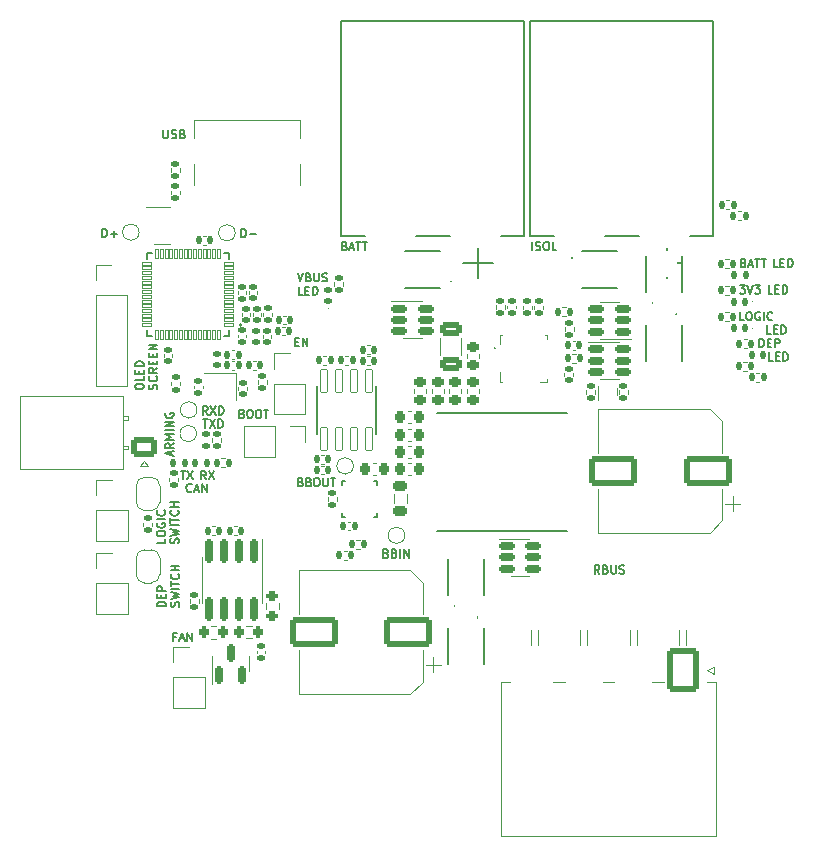
<source format=gbr>
%TF.GenerationSoftware,KiCad,Pcbnew,(7.0.0)*%
%TF.CreationDate,2023-09-07T01:40:49+01:00*%
%TF.ProjectId,PDU,5044552e-6b69-4636-9164-5f7063625858,rev?*%
%TF.SameCoordinates,Original*%
%TF.FileFunction,Legend,Top*%
%TF.FilePolarity,Positive*%
%FSLAX46Y46*%
G04 Gerber Fmt 4.6, Leading zero omitted, Abs format (unit mm)*
G04 Created by KiCad (PCBNEW (7.0.0)) date 2023-09-07 01:40:49*
%MOMM*%
%LPD*%
G01*
G04 APERTURE LIST*
G04 Aperture macros list*
%AMRoundRect*
0 Rectangle with rounded corners*
0 $1 Rounding radius*
0 $2 $3 $4 $5 $6 $7 $8 $9 X,Y pos of 4 corners*
0 Add a 4 corners polygon primitive as box body*
4,1,4,$2,$3,$4,$5,$6,$7,$8,$9,$2,$3,0*
0 Add four circle primitives for the rounded corners*
1,1,$1+$1,$2,$3*
1,1,$1+$1,$4,$5*
1,1,$1+$1,$6,$7*
1,1,$1+$1,$8,$9*
0 Add four rect primitives between the rounded corners*
20,1,$1+$1,$2,$3,$4,$5,0*
20,1,$1+$1,$4,$5,$6,$7,0*
20,1,$1+$1,$6,$7,$8,$9,0*
20,1,$1+$1,$8,$9,$2,$3,0*%
%AMFreePoly0*
4,1,19,0.500000,-0.750000,0.000000,-0.750000,0.000000,-0.744911,-0.071157,-0.744911,-0.207708,-0.704816,-0.327430,-0.627875,-0.420627,-0.520320,-0.479746,-0.390866,-0.500000,-0.250000,-0.500000,0.250000,-0.479746,0.390866,-0.420627,0.520320,-0.327430,0.627875,-0.207708,0.704816,-0.071157,0.744911,0.000000,0.744911,0.000000,0.750000,0.500000,0.750000,0.500000,-0.750000,0.500000,-0.750000,
$1*%
%AMFreePoly1*
4,1,19,0.000000,0.744911,0.071157,0.744911,0.207708,0.704816,0.327430,0.627875,0.420627,0.520320,0.479746,0.390866,0.500000,0.250000,0.500000,-0.250000,0.479746,-0.390866,0.420627,-0.520320,0.327430,-0.627875,0.207708,-0.704816,0.071157,-0.744911,0.000000,-0.744911,0.000000,-0.750000,-0.500000,-0.750000,-0.500000,0.750000,0.000000,0.750000,0.000000,0.744911,0.000000,0.744911,
$1*%
G04 Aperture macros list end*
%ADD10C,0.150000*%
%ADD11C,0.120000*%
%ADD12C,0.100000*%
%ADD13C,0.200000*%
%ADD14C,0.127000*%
%ADD15C,0.010000*%
%ADD16RoundRect,0.135000X0.185000X-0.135000X0.185000X0.135000X-0.185000X0.135000X-0.185000X-0.135000X0*%
%ADD17RoundRect,0.140000X-0.140000X-0.170000X0.140000X-0.170000X0.140000X0.170000X-0.140000X0.170000X0*%
%ADD18RoundRect,0.225000X0.225000X0.250000X-0.225000X0.250000X-0.225000X-0.250000X0.225000X-0.250000X0*%
%ADD19RoundRect,0.225000X-0.250000X0.225000X-0.250000X-0.225000X0.250000X-0.225000X0.250000X0.225000X0*%
%ADD20R,0.550000X0.300000*%
%ADD21R,0.300000X0.450000*%
%ADD22R,0.300000X0.725000*%
%ADD23R,0.725000X0.300000*%
%ADD24R,1.575000X1.050000*%
%ADD25R,1.150000X1.050000*%
%ADD26R,2.175000X1.200000*%
%ADD27R,0.580000X0.380000*%
%ADD28R,0.650000X0.455000*%
%ADD29R,2.350000X0.275000*%
%ADD30R,0.405000X0.990000*%
%ADD31R,0.405000X0.510000*%
%ADD32R,2.235000X1.725000*%
%ADD33R,0.077000X0.250000*%
%ADD34RoundRect,0.135000X-0.135000X-0.185000X0.135000X-0.185000X0.135000X0.185000X-0.135000X0.185000X0*%
%ADD35R,0.700000X1.000000*%
%ADD36R,0.700000X0.600000*%
%ADD37RoundRect,0.135000X-0.185000X0.135000X-0.185000X-0.135000X0.185000X-0.135000X0.185000X0.135000X0*%
%ADD38RoundRect,0.135000X0.135000X0.185000X-0.135000X0.185000X-0.135000X-0.185000X0.135000X-0.185000X0*%
%ADD39RoundRect,0.150000X-0.512500X-0.150000X0.512500X-0.150000X0.512500X0.150000X-0.512500X0.150000X0*%
%ADD40R,0.600000X0.400000*%
%ADD41R,0.550000X0.400000*%
%ADD42R,2.030000X2.650000*%
%ADD43C,0.600000*%
%ADD44R,0.600000X1.160000*%
%ADD45R,0.300000X1.160000*%
%ADD46O,0.900000X2.000000*%
%ADD47O,0.900000X1.700000*%
%ADD48C,1.000000*%
%ADD49RoundRect,0.150000X-0.150000X0.825000X-0.150000X-0.825000X0.150000X-0.825000X0.150000X0.825000X0*%
%ADD50RoundRect,0.250000X0.850000X0.600000X-0.850000X0.600000X-0.850000X-0.600000X0.850000X-0.600000X0*%
%ADD51O,2.200000X1.700000*%
%ADD52R,3.716000X3.716000*%
%ADD53C,3.716000*%
%ADD54O,1.200000X2.400000*%
%ADD55R,1.700000X1.700000*%
%ADD56O,1.700000X1.700000*%
%ADD57RoundRect,0.147500X0.147500X0.172500X-0.147500X0.172500X-0.147500X-0.172500X0.147500X-0.172500X0*%
%ADD58RoundRect,0.140000X0.170000X-0.140000X0.170000X0.140000X-0.170000X0.140000X-0.170000X-0.140000X0*%
%ADD59RoundRect,0.147500X-0.172500X0.147500X-0.172500X-0.147500X0.172500X-0.147500X0.172500X0.147500X0*%
%ADD60RoundRect,0.140000X0.140000X0.170000X-0.140000X0.170000X-0.140000X-0.170000X0.140000X-0.170000X0*%
%ADD61RoundRect,0.140000X-0.170000X0.140000X-0.170000X-0.140000X0.170000X-0.140000X0.170000X0.140000X0*%
%ADD62C,5.600000*%
%ADD63RoundRect,0.225000X-0.225000X-0.250000X0.225000X-0.250000X0.225000X0.250000X-0.225000X0.250000X0*%
%ADD64RoundRect,0.200000X-0.200000X-0.275000X0.200000X-0.275000X0.200000X0.275000X-0.200000X0.275000X0*%
%ADD65RoundRect,0.218750X0.381250X-0.218750X0.381250X0.218750X-0.381250X0.218750X-0.381250X-0.218750X0*%
%ADD66RoundRect,0.200000X0.275000X-0.200000X0.275000X0.200000X-0.275000X0.200000X-0.275000X-0.200000X0*%
%ADD67FreePoly0,90.000000*%
%ADD68FreePoly1,90.000000*%
%ADD69RoundRect,0.147500X0.172500X-0.147500X0.172500X0.147500X-0.172500X0.147500X-0.172500X-0.147500X0*%
%ADD70RoundRect,0.006600X0.398400X0.103400X-0.398400X0.103400X-0.398400X-0.103400X0.398400X-0.103400X0*%
%ADD71RoundRect,0.022000X0.088000X0.383000X-0.088000X0.383000X-0.088000X-0.383000X0.088000X-0.383000X0*%
%ADD72R,4.000000X4.000000*%
%ADD73FreePoly0,270.000000*%
%ADD74FreePoly1,270.000000*%
%ADD75RoundRect,0.147500X-0.147500X-0.172500X0.147500X-0.172500X0.147500X0.172500X-0.147500X0.172500X0*%
%ADD76R,0.900000X0.800000*%
%ADD77RoundRect,0.150000X0.512500X0.150000X-0.512500X0.150000X-0.512500X-0.150000X0.512500X-0.150000X0*%
%ADD78RoundRect,0.250001X1.099999X1.599999X-1.099999X1.599999X-1.099999X-1.599999X1.099999X-1.599999X0*%
%ADD79O,2.700000X3.700000*%
%ADD80RoundRect,0.250000X1.750000X1.000000X-1.750000X1.000000X-1.750000X-1.000000X1.750000X-1.000000X0*%
%ADD81R,0.400000X0.450000*%
%ADD82R,0.500000X0.450000*%
%ADD83RoundRect,0.250000X-0.650000X0.325000X-0.650000X-0.325000X0.650000X-0.325000X0.650000X0.325000X0*%
%ADD84RoundRect,0.150000X0.150000X-0.587500X0.150000X0.587500X-0.150000X0.587500X-0.150000X-0.587500X0*%
%ADD85RoundRect,0.042000X0.258000X-0.943000X0.258000X0.943000X-0.258000X0.943000X-0.258000X-0.943000X0*%
%ADD86R,2.150000X2.150000*%
%ADD87R,3.350000X4.700000*%
G04 APERTURE END LIST*
D10*
X67576666Y-32537666D02*
X67576666Y-31837666D01*
X67576666Y-31837666D02*
X67743333Y-31837666D01*
X67743333Y-31837666D02*
X67843333Y-31871000D01*
X67843333Y-31871000D02*
X67910000Y-31937666D01*
X67910000Y-31937666D02*
X67943333Y-32004333D01*
X67943333Y-32004333D02*
X67976666Y-32137666D01*
X67976666Y-32137666D02*
X67976666Y-32237666D01*
X67976666Y-32237666D02*
X67943333Y-32371000D01*
X67943333Y-32371000D02*
X67910000Y-32437666D01*
X67910000Y-32437666D02*
X67843333Y-32504333D01*
X67843333Y-32504333D02*
X67743333Y-32537666D01*
X67743333Y-32537666D02*
X67576666Y-32537666D01*
X68276666Y-32271000D02*
X68810000Y-32271000D01*
X68543333Y-32537666D02*
X68543333Y-32004333D01*
X76376666Y-53057666D02*
X76143333Y-52724333D01*
X75976666Y-53057666D02*
X75976666Y-52357666D01*
X75976666Y-52357666D02*
X76243333Y-52357666D01*
X76243333Y-52357666D02*
X76310000Y-52391000D01*
X76310000Y-52391000D02*
X76343333Y-52424333D01*
X76343333Y-52424333D02*
X76376666Y-52491000D01*
X76376666Y-52491000D02*
X76376666Y-52591000D01*
X76376666Y-52591000D02*
X76343333Y-52657666D01*
X76343333Y-52657666D02*
X76310000Y-52691000D01*
X76310000Y-52691000D02*
X76243333Y-52724333D01*
X76243333Y-52724333D02*
X75976666Y-52724333D01*
X76610000Y-52357666D02*
X77076666Y-53057666D01*
X77076666Y-52357666D02*
X76610000Y-53057666D01*
X109666666Y-61047666D02*
X109433333Y-60714333D01*
X109266666Y-61047666D02*
X109266666Y-60347666D01*
X109266666Y-60347666D02*
X109533333Y-60347666D01*
X109533333Y-60347666D02*
X109600000Y-60381000D01*
X109600000Y-60381000D02*
X109633333Y-60414333D01*
X109633333Y-60414333D02*
X109666666Y-60481000D01*
X109666666Y-60481000D02*
X109666666Y-60581000D01*
X109666666Y-60581000D02*
X109633333Y-60647666D01*
X109633333Y-60647666D02*
X109600000Y-60681000D01*
X109600000Y-60681000D02*
X109533333Y-60714333D01*
X109533333Y-60714333D02*
X109266666Y-60714333D01*
X110200000Y-60681000D02*
X110300000Y-60714333D01*
X110300000Y-60714333D02*
X110333333Y-60747666D01*
X110333333Y-60747666D02*
X110366666Y-60814333D01*
X110366666Y-60814333D02*
X110366666Y-60914333D01*
X110366666Y-60914333D02*
X110333333Y-60981000D01*
X110333333Y-60981000D02*
X110300000Y-61014333D01*
X110300000Y-61014333D02*
X110233333Y-61047666D01*
X110233333Y-61047666D02*
X109966666Y-61047666D01*
X109966666Y-61047666D02*
X109966666Y-60347666D01*
X109966666Y-60347666D02*
X110200000Y-60347666D01*
X110200000Y-60347666D02*
X110266666Y-60381000D01*
X110266666Y-60381000D02*
X110300000Y-60414333D01*
X110300000Y-60414333D02*
X110333333Y-60481000D01*
X110333333Y-60481000D02*
X110333333Y-60547666D01*
X110333333Y-60547666D02*
X110300000Y-60614333D01*
X110300000Y-60614333D02*
X110266666Y-60647666D01*
X110266666Y-60647666D02*
X110200000Y-60681000D01*
X110200000Y-60681000D02*
X109966666Y-60681000D01*
X110666666Y-60347666D02*
X110666666Y-60914333D01*
X110666666Y-60914333D02*
X110700000Y-60981000D01*
X110700000Y-60981000D02*
X110733333Y-61014333D01*
X110733333Y-61014333D02*
X110800000Y-61047666D01*
X110800000Y-61047666D02*
X110933333Y-61047666D01*
X110933333Y-61047666D02*
X111000000Y-61014333D01*
X111000000Y-61014333D02*
X111033333Y-60981000D01*
X111033333Y-60981000D02*
X111066666Y-60914333D01*
X111066666Y-60914333D02*
X111066666Y-60347666D01*
X111366666Y-61014333D02*
X111466666Y-61047666D01*
X111466666Y-61047666D02*
X111633333Y-61047666D01*
X111633333Y-61047666D02*
X111699999Y-61014333D01*
X111699999Y-61014333D02*
X111733333Y-60981000D01*
X111733333Y-60981000D02*
X111766666Y-60914333D01*
X111766666Y-60914333D02*
X111766666Y-60847666D01*
X111766666Y-60847666D02*
X111733333Y-60781000D01*
X111733333Y-60781000D02*
X111699999Y-60747666D01*
X111699999Y-60747666D02*
X111633333Y-60714333D01*
X111633333Y-60714333D02*
X111499999Y-60681000D01*
X111499999Y-60681000D02*
X111433333Y-60647666D01*
X111433333Y-60647666D02*
X111399999Y-60614333D01*
X111399999Y-60614333D02*
X111366666Y-60547666D01*
X111366666Y-60547666D02*
X111366666Y-60481000D01*
X111366666Y-60481000D02*
X111399999Y-60414333D01*
X111399999Y-60414333D02*
X111433333Y-60381000D01*
X111433333Y-60381000D02*
X111499999Y-60347666D01*
X111499999Y-60347666D02*
X111666666Y-60347666D01*
X111666666Y-60347666D02*
X111766666Y-60381000D01*
X121910000Y-39593666D02*
X121576666Y-39593666D01*
X121576666Y-39593666D02*
X121576666Y-38893666D01*
X122276667Y-38893666D02*
X122410000Y-38893666D01*
X122410000Y-38893666D02*
X122476667Y-38927000D01*
X122476667Y-38927000D02*
X122543333Y-38993666D01*
X122543333Y-38993666D02*
X122576667Y-39127000D01*
X122576667Y-39127000D02*
X122576667Y-39360333D01*
X122576667Y-39360333D02*
X122543333Y-39493666D01*
X122543333Y-39493666D02*
X122476667Y-39560333D01*
X122476667Y-39560333D02*
X122410000Y-39593666D01*
X122410000Y-39593666D02*
X122276667Y-39593666D01*
X122276667Y-39593666D02*
X122210000Y-39560333D01*
X122210000Y-39560333D02*
X122143333Y-39493666D01*
X122143333Y-39493666D02*
X122110000Y-39360333D01*
X122110000Y-39360333D02*
X122110000Y-39127000D01*
X122110000Y-39127000D02*
X122143333Y-38993666D01*
X122143333Y-38993666D02*
X122210000Y-38927000D01*
X122210000Y-38927000D02*
X122276667Y-38893666D01*
X123243333Y-38927000D02*
X123176666Y-38893666D01*
X123176666Y-38893666D02*
X123076666Y-38893666D01*
X123076666Y-38893666D02*
X122976666Y-38927000D01*
X122976666Y-38927000D02*
X122910000Y-38993666D01*
X122910000Y-38993666D02*
X122876666Y-39060333D01*
X122876666Y-39060333D02*
X122843333Y-39193666D01*
X122843333Y-39193666D02*
X122843333Y-39293666D01*
X122843333Y-39293666D02*
X122876666Y-39427000D01*
X122876666Y-39427000D02*
X122910000Y-39493666D01*
X122910000Y-39493666D02*
X122976666Y-39560333D01*
X122976666Y-39560333D02*
X123076666Y-39593666D01*
X123076666Y-39593666D02*
X123143333Y-39593666D01*
X123143333Y-39593666D02*
X123243333Y-39560333D01*
X123243333Y-39560333D02*
X123276666Y-39527000D01*
X123276666Y-39527000D02*
X123276666Y-39293666D01*
X123276666Y-39293666D02*
X123143333Y-39293666D01*
X123576666Y-39593666D02*
X123576666Y-38893666D01*
X124309999Y-39527000D02*
X124276666Y-39560333D01*
X124276666Y-39560333D02*
X124176666Y-39593666D01*
X124176666Y-39593666D02*
X124109999Y-39593666D01*
X124109999Y-39593666D02*
X124009999Y-39560333D01*
X124009999Y-39560333D02*
X123943333Y-39493666D01*
X123943333Y-39493666D02*
X123909999Y-39427000D01*
X123909999Y-39427000D02*
X123876666Y-39293666D01*
X123876666Y-39293666D02*
X123876666Y-39193666D01*
X123876666Y-39193666D02*
X123909999Y-39060333D01*
X123909999Y-39060333D02*
X123943333Y-38993666D01*
X123943333Y-38993666D02*
X124009999Y-38927000D01*
X124009999Y-38927000D02*
X124109999Y-38893666D01*
X124109999Y-38893666D02*
X124176666Y-38893666D01*
X124176666Y-38893666D02*
X124276666Y-38927000D01*
X124276666Y-38927000D02*
X124309999Y-38960333D01*
X124206000Y-40727666D02*
X123872666Y-40727666D01*
X123872666Y-40727666D02*
X123872666Y-40027666D01*
X124439333Y-40361000D02*
X124672667Y-40361000D01*
X124772667Y-40727666D02*
X124439333Y-40727666D01*
X124439333Y-40727666D02*
X124439333Y-40027666D01*
X124439333Y-40027666D02*
X124772667Y-40027666D01*
X125072666Y-40727666D02*
X125072666Y-40027666D01*
X125072666Y-40027666D02*
X125239333Y-40027666D01*
X125239333Y-40027666D02*
X125339333Y-40061000D01*
X125339333Y-40061000D02*
X125406000Y-40127666D01*
X125406000Y-40127666D02*
X125439333Y-40194333D01*
X125439333Y-40194333D02*
X125472666Y-40327666D01*
X125472666Y-40327666D02*
X125472666Y-40427666D01*
X125472666Y-40427666D02*
X125439333Y-40561000D01*
X125439333Y-40561000D02*
X125406000Y-40627666D01*
X125406000Y-40627666D02*
X125339333Y-40694333D01*
X125339333Y-40694333D02*
X125239333Y-40727666D01*
X125239333Y-40727666D02*
X125072666Y-40727666D01*
X103966666Y-33647666D02*
X103966666Y-32947666D01*
X104266666Y-33614333D02*
X104366666Y-33647666D01*
X104366666Y-33647666D02*
X104533333Y-33647666D01*
X104533333Y-33647666D02*
X104599999Y-33614333D01*
X104599999Y-33614333D02*
X104633333Y-33581000D01*
X104633333Y-33581000D02*
X104666666Y-33514333D01*
X104666666Y-33514333D02*
X104666666Y-33447666D01*
X104666666Y-33447666D02*
X104633333Y-33381000D01*
X104633333Y-33381000D02*
X104599999Y-33347666D01*
X104599999Y-33347666D02*
X104533333Y-33314333D01*
X104533333Y-33314333D02*
X104399999Y-33281000D01*
X104399999Y-33281000D02*
X104333333Y-33247666D01*
X104333333Y-33247666D02*
X104299999Y-33214333D01*
X104299999Y-33214333D02*
X104266666Y-33147666D01*
X104266666Y-33147666D02*
X104266666Y-33081000D01*
X104266666Y-33081000D02*
X104299999Y-33014333D01*
X104299999Y-33014333D02*
X104333333Y-32981000D01*
X104333333Y-32981000D02*
X104399999Y-32947666D01*
X104399999Y-32947666D02*
X104566666Y-32947666D01*
X104566666Y-32947666D02*
X104666666Y-32981000D01*
X105100000Y-32947666D02*
X105233333Y-32947666D01*
X105233333Y-32947666D02*
X105300000Y-32981000D01*
X105300000Y-32981000D02*
X105366666Y-33047666D01*
X105366666Y-33047666D02*
X105400000Y-33181000D01*
X105400000Y-33181000D02*
X105400000Y-33414333D01*
X105400000Y-33414333D02*
X105366666Y-33547666D01*
X105366666Y-33547666D02*
X105300000Y-33614333D01*
X105300000Y-33614333D02*
X105233333Y-33647666D01*
X105233333Y-33647666D02*
X105100000Y-33647666D01*
X105100000Y-33647666D02*
X105033333Y-33614333D01*
X105033333Y-33614333D02*
X104966666Y-33547666D01*
X104966666Y-33547666D02*
X104933333Y-33414333D01*
X104933333Y-33414333D02*
X104933333Y-33181000D01*
X104933333Y-33181000D02*
X104966666Y-33047666D01*
X104966666Y-33047666D02*
X105033333Y-32981000D01*
X105033333Y-32981000D02*
X105100000Y-32947666D01*
X106033333Y-33647666D02*
X105699999Y-33647666D01*
X105699999Y-33647666D02*
X105699999Y-32947666D01*
X121570000Y-36627666D02*
X122003333Y-36627666D01*
X122003333Y-36627666D02*
X121770000Y-36894333D01*
X121770000Y-36894333D02*
X121870000Y-36894333D01*
X121870000Y-36894333D02*
X121936666Y-36927666D01*
X121936666Y-36927666D02*
X121970000Y-36961000D01*
X121970000Y-36961000D02*
X122003333Y-37027666D01*
X122003333Y-37027666D02*
X122003333Y-37194333D01*
X122003333Y-37194333D02*
X121970000Y-37261000D01*
X121970000Y-37261000D02*
X121936666Y-37294333D01*
X121936666Y-37294333D02*
X121870000Y-37327666D01*
X121870000Y-37327666D02*
X121670000Y-37327666D01*
X121670000Y-37327666D02*
X121603333Y-37294333D01*
X121603333Y-37294333D02*
X121570000Y-37261000D01*
X122203333Y-36627666D02*
X122436667Y-37327666D01*
X122436667Y-37327666D02*
X122670000Y-36627666D01*
X122836667Y-36627666D02*
X123270000Y-36627666D01*
X123270000Y-36627666D02*
X123036667Y-36894333D01*
X123036667Y-36894333D02*
X123136667Y-36894333D01*
X123136667Y-36894333D02*
X123203333Y-36927666D01*
X123203333Y-36927666D02*
X123236667Y-36961000D01*
X123236667Y-36961000D02*
X123270000Y-37027666D01*
X123270000Y-37027666D02*
X123270000Y-37194333D01*
X123270000Y-37194333D02*
X123236667Y-37261000D01*
X123236667Y-37261000D02*
X123203333Y-37294333D01*
X123203333Y-37294333D02*
X123136667Y-37327666D01*
X123136667Y-37327666D02*
X122936667Y-37327666D01*
X122936667Y-37327666D02*
X122870000Y-37294333D01*
X122870000Y-37294333D02*
X122836667Y-37261000D01*
X124323334Y-37327666D02*
X123990000Y-37327666D01*
X123990000Y-37327666D02*
X123990000Y-36627666D01*
X124556667Y-36961000D02*
X124790001Y-36961000D01*
X124890001Y-37327666D02*
X124556667Y-37327666D01*
X124556667Y-37327666D02*
X124556667Y-36627666D01*
X124556667Y-36627666D02*
X124890001Y-36627666D01*
X125190000Y-37327666D02*
X125190000Y-36627666D01*
X125190000Y-36627666D02*
X125356667Y-36627666D01*
X125356667Y-36627666D02*
X125456667Y-36661000D01*
X125456667Y-36661000D02*
X125523334Y-36727666D01*
X125523334Y-36727666D02*
X125556667Y-36794333D01*
X125556667Y-36794333D02*
X125590000Y-36927666D01*
X125590000Y-36927666D02*
X125590000Y-37027666D01*
X125590000Y-37027666D02*
X125556667Y-37161000D01*
X125556667Y-37161000D02*
X125523334Y-37227666D01*
X125523334Y-37227666D02*
X125456667Y-37294333D01*
X125456667Y-37294333D02*
X125356667Y-37327666D01*
X125356667Y-37327666D02*
X125190000Y-37327666D01*
X79410000Y-47491000D02*
X79510000Y-47524333D01*
X79510000Y-47524333D02*
X79543333Y-47557666D01*
X79543333Y-47557666D02*
X79576666Y-47624333D01*
X79576666Y-47624333D02*
X79576666Y-47724333D01*
X79576666Y-47724333D02*
X79543333Y-47791000D01*
X79543333Y-47791000D02*
X79510000Y-47824333D01*
X79510000Y-47824333D02*
X79443333Y-47857666D01*
X79443333Y-47857666D02*
X79176666Y-47857666D01*
X79176666Y-47857666D02*
X79176666Y-47157666D01*
X79176666Y-47157666D02*
X79410000Y-47157666D01*
X79410000Y-47157666D02*
X79476666Y-47191000D01*
X79476666Y-47191000D02*
X79510000Y-47224333D01*
X79510000Y-47224333D02*
X79543333Y-47291000D01*
X79543333Y-47291000D02*
X79543333Y-47357666D01*
X79543333Y-47357666D02*
X79510000Y-47424333D01*
X79510000Y-47424333D02*
X79476666Y-47457666D01*
X79476666Y-47457666D02*
X79410000Y-47491000D01*
X79410000Y-47491000D02*
X79176666Y-47491000D01*
X80010000Y-47157666D02*
X80143333Y-47157666D01*
X80143333Y-47157666D02*
X80210000Y-47191000D01*
X80210000Y-47191000D02*
X80276666Y-47257666D01*
X80276666Y-47257666D02*
X80310000Y-47391000D01*
X80310000Y-47391000D02*
X80310000Y-47624333D01*
X80310000Y-47624333D02*
X80276666Y-47757666D01*
X80276666Y-47757666D02*
X80210000Y-47824333D01*
X80210000Y-47824333D02*
X80143333Y-47857666D01*
X80143333Y-47857666D02*
X80010000Y-47857666D01*
X80010000Y-47857666D02*
X79943333Y-47824333D01*
X79943333Y-47824333D02*
X79876666Y-47757666D01*
X79876666Y-47757666D02*
X79843333Y-47624333D01*
X79843333Y-47624333D02*
X79843333Y-47391000D01*
X79843333Y-47391000D02*
X79876666Y-47257666D01*
X79876666Y-47257666D02*
X79943333Y-47191000D01*
X79943333Y-47191000D02*
X80010000Y-47157666D01*
X80743333Y-47157666D02*
X80876666Y-47157666D01*
X80876666Y-47157666D02*
X80943333Y-47191000D01*
X80943333Y-47191000D02*
X81009999Y-47257666D01*
X81009999Y-47257666D02*
X81043333Y-47391000D01*
X81043333Y-47391000D02*
X81043333Y-47624333D01*
X81043333Y-47624333D02*
X81009999Y-47757666D01*
X81009999Y-47757666D02*
X80943333Y-47824333D01*
X80943333Y-47824333D02*
X80876666Y-47857666D01*
X80876666Y-47857666D02*
X80743333Y-47857666D01*
X80743333Y-47857666D02*
X80676666Y-47824333D01*
X80676666Y-47824333D02*
X80609999Y-47757666D01*
X80609999Y-47757666D02*
X80576666Y-47624333D01*
X80576666Y-47624333D02*
X80576666Y-47391000D01*
X80576666Y-47391000D02*
X80609999Y-47257666D01*
X80609999Y-47257666D02*
X80676666Y-47191000D01*
X80676666Y-47191000D02*
X80743333Y-47157666D01*
X81243332Y-47157666D02*
X81643332Y-47157666D01*
X81443332Y-47857666D02*
X81443332Y-47157666D01*
X74226666Y-52347666D02*
X74626666Y-52347666D01*
X74426666Y-53047666D02*
X74426666Y-52347666D01*
X74793333Y-52347666D02*
X75259999Y-53047666D01*
X75259999Y-52347666D02*
X74793333Y-53047666D01*
X84116666Y-35603666D02*
X84350000Y-36303666D01*
X84350000Y-36303666D02*
X84583333Y-35603666D01*
X85050000Y-35937000D02*
X85150000Y-35970333D01*
X85150000Y-35970333D02*
X85183333Y-36003666D01*
X85183333Y-36003666D02*
X85216666Y-36070333D01*
X85216666Y-36070333D02*
X85216666Y-36170333D01*
X85216666Y-36170333D02*
X85183333Y-36237000D01*
X85183333Y-36237000D02*
X85150000Y-36270333D01*
X85150000Y-36270333D02*
X85083333Y-36303666D01*
X85083333Y-36303666D02*
X84816666Y-36303666D01*
X84816666Y-36303666D02*
X84816666Y-35603666D01*
X84816666Y-35603666D02*
X85050000Y-35603666D01*
X85050000Y-35603666D02*
X85116666Y-35637000D01*
X85116666Y-35637000D02*
X85150000Y-35670333D01*
X85150000Y-35670333D02*
X85183333Y-35737000D01*
X85183333Y-35737000D02*
X85183333Y-35803666D01*
X85183333Y-35803666D02*
X85150000Y-35870333D01*
X85150000Y-35870333D02*
X85116666Y-35903666D01*
X85116666Y-35903666D02*
X85050000Y-35937000D01*
X85050000Y-35937000D02*
X84816666Y-35937000D01*
X85516666Y-35603666D02*
X85516666Y-36170333D01*
X85516666Y-36170333D02*
X85550000Y-36237000D01*
X85550000Y-36237000D02*
X85583333Y-36270333D01*
X85583333Y-36270333D02*
X85650000Y-36303666D01*
X85650000Y-36303666D02*
X85783333Y-36303666D01*
X85783333Y-36303666D02*
X85850000Y-36270333D01*
X85850000Y-36270333D02*
X85883333Y-36237000D01*
X85883333Y-36237000D02*
X85916666Y-36170333D01*
X85916666Y-36170333D02*
X85916666Y-35603666D01*
X86216666Y-36270333D02*
X86316666Y-36303666D01*
X86316666Y-36303666D02*
X86483333Y-36303666D01*
X86483333Y-36303666D02*
X86549999Y-36270333D01*
X86549999Y-36270333D02*
X86583333Y-36237000D01*
X86583333Y-36237000D02*
X86616666Y-36170333D01*
X86616666Y-36170333D02*
X86616666Y-36103666D01*
X86616666Y-36103666D02*
X86583333Y-36037000D01*
X86583333Y-36037000D02*
X86549999Y-36003666D01*
X86549999Y-36003666D02*
X86483333Y-35970333D01*
X86483333Y-35970333D02*
X86349999Y-35937000D01*
X86349999Y-35937000D02*
X86283333Y-35903666D01*
X86283333Y-35903666D02*
X86249999Y-35870333D01*
X86249999Y-35870333D02*
X86216666Y-35803666D01*
X86216666Y-35803666D02*
X86216666Y-35737000D01*
X86216666Y-35737000D02*
X86249999Y-35670333D01*
X86249999Y-35670333D02*
X86283333Y-35637000D01*
X86283333Y-35637000D02*
X86349999Y-35603666D01*
X86349999Y-35603666D02*
X86516666Y-35603666D01*
X86516666Y-35603666D02*
X86616666Y-35637000D01*
X84550000Y-37437666D02*
X84216666Y-37437666D01*
X84216666Y-37437666D02*
X84216666Y-36737666D01*
X84783333Y-37071000D02*
X85016667Y-37071000D01*
X85116667Y-37437666D02*
X84783333Y-37437666D01*
X84783333Y-37437666D02*
X84783333Y-36737666D01*
X84783333Y-36737666D02*
X85116667Y-36737666D01*
X85416666Y-37437666D02*
X85416666Y-36737666D01*
X85416666Y-36737666D02*
X85583333Y-36737666D01*
X85583333Y-36737666D02*
X85683333Y-36771000D01*
X85683333Y-36771000D02*
X85750000Y-36837666D01*
X85750000Y-36837666D02*
X85783333Y-36904333D01*
X85783333Y-36904333D02*
X85816666Y-37037666D01*
X85816666Y-37037666D02*
X85816666Y-37137666D01*
X85816666Y-37137666D02*
X85783333Y-37271000D01*
X85783333Y-37271000D02*
X85750000Y-37337666D01*
X85750000Y-37337666D02*
X85683333Y-37404333D01*
X85683333Y-37404333D02*
X85583333Y-37437666D01*
X85583333Y-37437666D02*
X85416666Y-37437666D01*
X76116666Y-47987666D02*
X76516666Y-47987666D01*
X76316666Y-48687666D02*
X76316666Y-47987666D01*
X76683333Y-47987666D02*
X77149999Y-48687666D01*
X77149999Y-47987666D02*
X76683333Y-48687666D01*
X77416666Y-48687666D02*
X77416666Y-47987666D01*
X77416666Y-47987666D02*
X77583333Y-47987666D01*
X77583333Y-47987666D02*
X77683333Y-48021000D01*
X77683333Y-48021000D02*
X77750000Y-48087666D01*
X77750000Y-48087666D02*
X77783333Y-48154333D01*
X77783333Y-48154333D02*
X77816666Y-48287666D01*
X77816666Y-48287666D02*
X77816666Y-48387666D01*
X77816666Y-48387666D02*
X77783333Y-48521000D01*
X77783333Y-48521000D02*
X77750000Y-48587666D01*
X77750000Y-48587666D02*
X77683333Y-48654333D01*
X77683333Y-48654333D02*
X77583333Y-48687666D01*
X77583333Y-48687666D02*
X77416666Y-48687666D01*
X84380000Y-53281000D02*
X84480000Y-53314333D01*
X84480000Y-53314333D02*
X84513333Y-53347666D01*
X84513333Y-53347666D02*
X84546666Y-53414333D01*
X84546666Y-53414333D02*
X84546666Y-53514333D01*
X84546666Y-53514333D02*
X84513333Y-53581000D01*
X84513333Y-53581000D02*
X84480000Y-53614333D01*
X84480000Y-53614333D02*
X84413333Y-53647666D01*
X84413333Y-53647666D02*
X84146666Y-53647666D01*
X84146666Y-53647666D02*
X84146666Y-52947666D01*
X84146666Y-52947666D02*
X84380000Y-52947666D01*
X84380000Y-52947666D02*
X84446666Y-52981000D01*
X84446666Y-52981000D02*
X84480000Y-53014333D01*
X84480000Y-53014333D02*
X84513333Y-53081000D01*
X84513333Y-53081000D02*
X84513333Y-53147666D01*
X84513333Y-53147666D02*
X84480000Y-53214333D01*
X84480000Y-53214333D02*
X84446666Y-53247666D01*
X84446666Y-53247666D02*
X84380000Y-53281000D01*
X84380000Y-53281000D02*
X84146666Y-53281000D01*
X85080000Y-53281000D02*
X85180000Y-53314333D01*
X85180000Y-53314333D02*
X85213333Y-53347666D01*
X85213333Y-53347666D02*
X85246666Y-53414333D01*
X85246666Y-53414333D02*
X85246666Y-53514333D01*
X85246666Y-53514333D02*
X85213333Y-53581000D01*
X85213333Y-53581000D02*
X85180000Y-53614333D01*
X85180000Y-53614333D02*
X85113333Y-53647666D01*
X85113333Y-53647666D02*
X84846666Y-53647666D01*
X84846666Y-53647666D02*
X84846666Y-52947666D01*
X84846666Y-52947666D02*
X85080000Y-52947666D01*
X85080000Y-52947666D02*
X85146666Y-52981000D01*
X85146666Y-52981000D02*
X85180000Y-53014333D01*
X85180000Y-53014333D02*
X85213333Y-53081000D01*
X85213333Y-53081000D02*
X85213333Y-53147666D01*
X85213333Y-53147666D02*
X85180000Y-53214333D01*
X85180000Y-53214333D02*
X85146666Y-53247666D01*
X85146666Y-53247666D02*
X85080000Y-53281000D01*
X85080000Y-53281000D02*
X84846666Y-53281000D01*
X85680000Y-52947666D02*
X85813333Y-52947666D01*
X85813333Y-52947666D02*
X85880000Y-52981000D01*
X85880000Y-52981000D02*
X85946666Y-53047666D01*
X85946666Y-53047666D02*
X85980000Y-53181000D01*
X85980000Y-53181000D02*
X85980000Y-53414333D01*
X85980000Y-53414333D02*
X85946666Y-53547666D01*
X85946666Y-53547666D02*
X85880000Y-53614333D01*
X85880000Y-53614333D02*
X85813333Y-53647666D01*
X85813333Y-53647666D02*
X85680000Y-53647666D01*
X85680000Y-53647666D02*
X85613333Y-53614333D01*
X85613333Y-53614333D02*
X85546666Y-53547666D01*
X85546666Y-53547666D02*
X85513333Y-53414333D01*
X85513333Y-53414333D02*
X85513333Y-53181000D01*
X85513333Y-53181000D02*
X85546666Y-53047666D01*
X85546666Y-53047666D02*
X85613333Y-52981000D01*
X85613333Y-52981000D02*
X85680000Y-52947666D01*
X86279999Y-52947666D02*
X86279999Y-53514333D01*
X86279999Y-53514333D02*
X86313333Y-53581000D01*
X86313333Y-53581000D02*
X86346666Y-53614333D01*
X86346666Y-53614333D02*
X86413333Y-53647666D01*
X86413333Y-53647666D02*
X86546666Y-53647666D01*
X86546666Y-53647666D02*
X86613333Y-53614333D01*
X86613333Y-53614333D02*
X86646666Y-53581000D01*
X86646666Y-53581000D02*
X86679999Y-53514333D01*
X86679999Y-53514333D02*
X86679999Y-52947666D01*
X86913332Y-52947666D02*
X87313332Y-52947666D01*
X87113332Y-53647666D02*
X87113332Y-52947666D01*
X72756666Y-23467666D02*
X72756666Y-24034333D01*
X72756666Y-24034333D02*
X72790000Y-24101000D01*
X72790000Y-24101000D02*
X72823333Y-24134333D01*
X72823333Y-24134333D02*
X72890000Y-24167666D01*
X72890000Y-24167666D02*
X73023333Y-24167666D01*
X73023333Y-24167666D02*
X73090000Y-24134333D01*
X73090000Y-24134333D02*
X73123333Y-24101000D01*
X73123333Y-24101000D02*
X73156666Y-24034333D01*
X73156666Y-24034333D02*
X73156666Y-23467666D01*
X73456666Y-24134333D02*
X73556666Y-24167666D01*
X73556666Y-24167666D02*
X73723333Y-24167666D01*
X73723333Y-24167666D02*
X73789999Y-24134333D01*
X73789999Y-24134333D02*
X73823333Y-24101000D01*
X73823333Y-24101000D02*
X73856666Y-24034333D01*
X73856666Y-24034333D02*
X73856666Y-23967666D01*
X73856666Y-23967666D02*
X73823333Y-23901000D01*
X73823333Y-23901000D02*
X73789999Y-23867666D01*
X73789999Y-23867666D02*
X73723333Y-23834333D01*
X73723333Y-23834333D02*
X73589999Y-23801000D01*
X73589999Y-23801000D02*
X73523333Y-23767666D01*
X73523333Y-23767666D02*
X73489999Y-23734333D01*
X73489999Y-23734333D02*
X73456666Y-23667666D01*
X73456666Y-23667666D02*
X73456666Y-23601000D01*
X73456666Y-23601000D02*
X73489999Y-23534333D01*
X73489999Y-23534333D02*
X73523333Y-23501000D01*
X73523333Y-23501000D02*
X73589999Y-23467666D01*
X73589999Y-23467666D02*
X73756666Y-23467666D01*
X73756666Y-23467666D02*
X73856666Y-23501000D01*
X74390000Y-23801000D02*
X74490000Y-23834333D01*
X74490000Y-23834333D02*
X74523333Y-23867666D01*
X74523333Y-23867666D02*
X74556666Y-23934333D01*
X74556666Y-23934333D02*
X74556666Y-24034333D01*
X74556666Y-24034333D02*
X74523333Y-24101000D01*
X74523333Y-24101000D02*
X74490000Y-24134333D01*
X74490000Y-24134333D02*
X74423333Y-24167666D01*
X74423333Y-24167666D02*
X74156666Y-24167666D01*
X74156666Y-24167666D02*
X74156666Y-23467666D01*
X74156666Y-23467666D02*
X74390000Y-23467666D01*
X74390000Y-23467666D02*
X74456666Y-23501000D01*
X74456666Y-23501000D02*
X74490000Y-23534333D01*
X74490000Y-23534333D02*
X74523333Y-23601000D01*
X74523333Y-23601000D02*
X74523333Y-23667666D01*
X74523333Y-23667666D02*
X74490000Y-23734333D01*
X74490000Y-23734333D02*
X74456666Y-23767666D01*
X74456666Y-23767666D02*
X74390000Y-23801000D01*
X74390000Y-23801000D02*
X74156666Y-23801000D01*
X123206666Y-41873666D02*
X123206666Y-41173666D01*
X123206666Y-41173666D02*
X123373333Y-41173666D01*
X123373333Y-41173666D02*
X123473333Y-41207000D01*
X123473333Y-41207000D02*
X123540000Y-41273666D01*
X123540000Y-41273666D02*
X123573333Y-41340333D01*
X123573333Y-41340333D02*
X123606666Y-41473666D01*
X123606666Y-41473666D02*
X123606666Y-41573666D01*
X123606666Y-41573666D02*
X123573333Y-41707000D01*
X123573333Y-41707000D02*
X123540000Y-41773666D01*
X123540000Y-41773666D02*
X123473333Y-41840333D01*
X123473333Y-41840333D02*
X123373333Y-41873666D01*
X123373333Y-41873666D02*
X123206666Y-41873666D01*
X123906666Y-41507000D02*
X124140000Y-41507000D01*
X124240000Y-41873666D02*
X123906666Y-41873666D01*
X123906666Y-41873666D02*
X123906666Y-41173666D01*
X123906666Y-41173666D02*
X124240000Y-41173666D01*
X124539999Y-41873666D02*
X124539999Y-41173666D01*
X124539999Y-41173666D02*
X124806666Y-41173666D01*
X124806666Y-41173666D02*
X124873333Y-41207000D01*
X124873333Y-41207000D02*
X124906666Y-41240333D01*
X124906666Y-41240333D02*
X124939999Y-41307000D01*
X124939999Y-41307000D02*
X124939999Y-41407000D01*
X124939999Y-41407000D02*
X124906666Y-41473666D01*
X124906666Y-41473666D02*
X124873333Y-41507000D01*
X124873333Y-41507000D02*
X124806666Y-41540333D01*
X124806666Y-41540333D02*
X124539999Y-41540333D01*
X124380000Y-43007666D02*
X124046666Y-43007666D01*
X124046666Y-43007666D02*
X124046666Y-42307666D01*
X124613333Y-42641000D02*
X124846667Y-42641000D01*
X124946667Y-43007666D02*
X124613333Y-43007666D01*
X124613333Y-43007666D02*
X124613333Y-42307666D01*
X124613333Y-42307666D02*
X124946667Y-42307666D01*
X125246666Y-43007666D02*
X125246666Y-42307666D01*
X125246666Y-42307666D02*
X125413333Y-42307666D01*
X125413333Y-42307666D02*
X125513333Y-42341000D01*
X125513333Y-42341000D02*
X125580000Y-42407666D01*
X125580000Y-42407666D02*
X125613333Y-42474333D01*
X125613333Y-42474333D02*
X125646666Y-42607666D01*
X125646666Y-42607666D02*
X125646666Y-42707666D01*
X125646666Y-42707666D02*
X125613333Y-42841000D01*
X125613333Y-42841000D02*
X125580000Y-42907666D01*
X125580000Y-42907666D02*
X125513333Y-42974333D01*
X125513333Y-42974333D02*
X125413333Y-43007666D01*
X125413333Y-43007666D02*
X125246666Y-43007666D01*
X91620000Y-59321000D02*
X91720000Y-59354333D01*
X91720000Y-59354333D02*
X91753333Y-59387666D01*
X91753333Y-59387666D02*
X91786666Y-59454333D01*
X91786666Y-59454333D02*
X91786666Y-59554333D01*
X91786666Y-59554333D02*
X91753333Y-59621000D01*
X91753333Y-59621000D02*
X91720000Y-59654333D01*
X91720000Y-59654333D02*
X91653333Y-59687666D01*
X91653333Y-59687666D02*
X91386666Y-59687666D01*
X91386666Y-59687666D02*
X91386666Y-58987666D01*
X91386666Y-58987666D02*
X91620000Y-58987666D01*
X91620000Y-58987666D02*
X91686666Y-59021000D01*
X91686666Y-59021000D02*
X91720000Y-59054333D01*
X91720000Y-59054333D02*
X91753333Y-59121000D01*
X91753333Y-59121000D02*
X91753333Y-59187666D01*
X91753333Y-59187666D02*
X91720000Y-59254333D01*
X91720000Y-59254333D02*
X91686666Y-59287666D01*
X91686666Y-59287666D02*
X91620000Y-59321000D01*
X91620000Y-59321000D02*
X91386666Y-59321000D01*
X92320000Y-59321000D02*
X92420000Y-59354333D01*
X92420000Y-59354333D02*
X92453333Y-59387666D01*
X92453333Y-59387666D02*
X92486666Y-59454333D01*
X92486666Y-59454333D02*
X92486666Y-59554333D01*
X92486666Y-59554333D02*
X92453333Y-59621000D01*
X92453333Y-59621000D02*
X92420000Y-59654333D01*
X92420000Y-59654333D02*
X92353333Y-59687666D01*
X92353333Y-59687666D02*
X92086666Y-59687666D01*
X92086666Y-59687666D02*
X92086666Y-58987666D01*
X92086666Y-58987666D02*
X92320000Y-58987666D01*
X92320000Y-58987666D02*
X92386666Y-59021000D01*
X92386666Y-59021000D02*
X92420000Y-59054333D01*
X92420000Y-59054333D02*
X92453333Y-59121000D01*
X92453333Y-59121000D02*
X92453333Y-59187666D01*
X92453333Y-59187666D02*
X92420000Y-59254333D01*
X92420000Y-59254333D02*
X92386666Y-59287666D01*
X92386666Y-59287666D02*
X92320000Y-59321000D01*
X92320000Y-59321000D02*
X92086666Y-59321000D01*
X92786666Y-59687666D02*
X92786666Y-58987666D01*
X93119999Y-59687666D02*
X93119999Y-58987666D01*
X93119999Y-58987666D02*
X93519999Y-59687666D01*
X93519999Y-59687666D02*
X93519999Y-58987666D01*
X75136666Y-54051000D02*
X75103333Y-54084333D01*
X75103333Y-54084333D02*
X75003333Y-54117666D01*
X75003333Y-54117666D02*
X74936666Y-54117666D01*
X74936666Y-54117666D02*
X74836666Y-54084333D01*
X74836666Y-54084333D02*
X74770000Y-54017666D01*
X74770000Y-54017666D02*
X74736666Y-53951000D01*
X74736666Y-53951000D02*
X74703333Y-53817666D01*
X74703333Y-53817666D02*
X74703333Y-53717666D01*
X74703333Y-53717666D02*
X74736666Y-53584333D01*
X74736666Y-53584333D02*
X74770000Y-53517666D01*
X74770000Y-53517666D02*
X74836666Y-53451000D01*
X74836666Y-53451000D02*
X74936666Y-53417666D01*
X74936666Y-53417666D02*
X75003333Y-53417666D01*
X75003333Y-53417666D02*
X75103333Y-53451000D01*
X75103333Y-53451000D02*
X75136666Y-53484333D01*
X75403333Y-53917666D02*
X75736666Y-53917666D01*
X75336666Y-54117666D02*
X75570000Y-53417666D01*
X75570000Y-53417666D02*
X75803333Y-54117666D01*
X76036666Y-54117666D02*
X76036666Y-53417666D01*
X76036666Y-53417666D02*
X76436666Y-54117666D01*
X76436666Y-54117666D02*
X76436666Y-53417666D01*
X73417666Y-51026666D02*
X73417666Y-50693333D01*
X73617666Y-51093333D02*
X72917666Y-50860000D01*
X72917666Y-50860000D02*
X73617666Y-50626666D01*
X73617666Y-49993333D02*
X73284333Y-50226666D01*
X73617666Y-50393333D02*
X72917666Y-50393333D01*
X72917666Y-50393333D02*
X72917666Y-50126666D01*
X72917666Y-50126666D02*
X72951000Y-50060000D01*
X72951000Y-50060000D02*
X72984333Y-50026666D01*
X72984333Y-50026666D02*
X73051000Y-49993333D01*
X73051000Y-49993333D02*
X73151000Y-49993333D01*
X73151000Y-49993333D02*
X73217666Y-50026666D01*
X73217666Y-50026666D02*
X73251000Y-50060000D01*
X73251000Y-50060000D02*
X73284333Y-50126666D01*
X73284333Y-50126666D02*
X73284333Y-50393333D01*
X73617666Y-49693333D02*
X72917666Y-49693333D01*
X72917666Y-49693333D02*
X73417666Y-49460000D01*
X73417666Y-49460000D02*
X72917666Y-49226666D01*
X72917666Y-49226666D02*
X73617666Y-49226666D01*
X73617666Y-48893333D02*
X72917666Y-48893333D01*
X73617666Y-48560000D02*
X72917666Y-48560000D01*
X72917666Y-48560000D02*
X73617666Y-48160000D01*
X73617666Y-48160000D02*
X72917666Y-48160000D01*
X72951000Y-47460000D02*
X72917666Y-47526667D01*
X72917666Y-47526667D02*
X72917666Y-47626667D01*
X72917666Y-47626667D02*
X72951000Y-47726667D01*
X72951000Y-47726667D02*
X73017666Y-47793334D01*
X73017666Y-47793334D02*
X73084333Y-47826667D01*
X73084333Y-47826667D02*
X73217666Y-47860000D01*
X73217666Y-47860000D02*
X73317666Y-47860000D01*
X73317666Y-47860000D02*
X73451000Y-47826667D01*
X73451000Y-47826667D02*
X73517666Y-47793334D01*
X73517666Y-47793334D02*
X73584333Y-47726667D01*
X73584333Y-47726667D02*
X73617666Y-47626667D01*
X73617666Y-47626667D02*
X73617666Y-47560000D01*
X73617666Y-47560000D02*
X73584333Y-47460000D01*
X73584333Y-47460000D02*
X73551000Y-47426667D01*
X73551000Y-47426667D02*
X73317666Y-47426667D01*
X73317666Y-47426667D02*
X73317666Y-47560000D01*
X73820000Y-66361000D02*
X73586666Y-66361000D01*
X73586666Y-66727666D02*
X73586666Y-66027666D01*
X73586666Y-66027666D02*
X73920000Y-66027666D01*
X74153333Y-66527666D02*
X74486666Y-66527666D01*
X74086666Y-66727666D02*
X74320000Y-66027666D01*
X74320000Y-66027666D02*
X74553333Y-66727666D01*
X74786666Y-66727666D02*
X74786666Y-66027666D01*
X74786666Y-66027666D02*
X75186666Y-66727666D01*
X75186666Y-66727666D02*
X75186666Y-66027666D01*
X76496666Y-47567666D02*
X76263333Y-47234333D01*
X76096666Y-47567666D02*
X76096666Y-46867666D01*
X76096666Y-46867666D02*
X76363333Y-46867666D01*
X76363333Y-46867666D02*
X76430000Y-46901000D01*
X76430000Y-46901000D02*
X76463333Y-46934333D01*
X76463333Y-46934333D02*
X76496666Y-47001000D01*
X76496666Y-47001000D02*
X76496666Y-47101000D01*
X76496666Y-47101000D02*
X76463333Y-47167666D01*
X76463333Y-47167666D02*
X76430000Y-47201000D01*
X76430000Y-47201000D02*
X76363333Y-47234333D01*
X76363333Y-47234333D02*
X76096666Y-47234333D01*
X76730000Y-46867666D02*
X77196666Y-47567666D01*
X77196666Y-46867666D02*
X76730000Y-47567666D01*
X77463333Y-47567666D02*
X77463333Y-46867666D01*
X77463333Y-46867666D02*
X77630000Y-46867666D01*
X77630000Y-46867666D02*
X77730000Y-46901000D01*
X77730000Y-46901000D02*
X77796667Y-46967666D01*
X77796667Y-46967666D02*
X77830000Y-47034333D01*
X77830000Y-47034333D02*
X77863333Y-47167666D01*
X77863333Y-47167666D02*
X77863333Y-47267666D01*
X77863333Y-47267666D02*
X77830000Y-47401000D01*
X77830000Y-47401000D02*
X77796667Y-47467666D01*
X77796667Y-47467666D02*
X77730000Y-47534333D01*
X77730000Y-47534333D02*
X77630000Y-47567666D01*
X77630000Y-47567666D02*
X77463333Y-47567666D01*
X72913666Y-58090000D02*
X72913666Y-58423333D01*
X72913666Y-58423333D02*
X72213666Y-58423333D01*
X72213666Y-57723333D02*
X72213666Y-57589999D01*
X72213666Y-57589999D02*
X72247000Y-57523333D01*
X72247000Y-57523333D02*
X72313666Y-57456666D01*
X72313666Y-57456666D02*
X72447000Y-57423333D01*
X72447000Y-57423333D02*
X72680333Y-57423333D01*
X72680333Y-57423333D02*
X72813666Y-57456666D01*
X72813666Y-57456666D02*
X72880333Y-57523333D01*
X72880333Y-57523333D02*
X72913666Y-57589999D01*
X72913666Y-57589999D02*
X72913666Y-57723333D01*
X72913666Y-57723333D02*
X72880333Y-57789999D01*
X72880333Y-57789999D02*
X72813666Y-57856666D01*
X72813666Y-57856666D02*
X72680333Y-57889999D01*
X72680333Y-57889999D02*
X72447000Y-57889999D01*
X72447000Y-57889999D02*
X72313666Y-57856666D01*
X72313666Y-57856666D02*
X72247000Y-57789999D01*
X72247000Y-57789999D02*
X72213666Y-57723333D01*
X72247000Y-56756666D02*
X72213666Y-56823333D01*
X72213666Y-56823333D02*
X72213666Y-56923333D01*
X72213666Y-56923333D02*
X72247000Y-57023333D01*
X72247000Y-57023333D02*
X72313666Y-57090000D01*
X72313666Y-57090000D02*
X72380333Y-57123333D01*
X72380333Y-57123333D02*
X72513666Y-57156666D01*
X72513666Y-57156666D02*
X72613666Y-57156666D01*
X72613666Y-57156666D02*
X72747000Y-57123333D01*
X72747000Y-57123333D02*
X72813666Y-57090000D01*
X72813666Y-57090000D02*
X72880333Y-57023333D01*
X72880333Y-57023333D02*
X72913666Y-56923333D01*
X72913666Y-56923333D02*
X72913666Y-56856666D01*
X72913666Y-56856666D02*
X72880333Y-56756666D01*
X72880333Y-56756666D02*
X72847000Y-56723333D01*
X72847000Y-56723333D02*
X72613666Y-56723333D01*
X72613666Y-56723333D02*
X72613666Y-56856666D01*
X72913666Y-56423333D02*
X72213666Y-56423333D01*
X72847000Y-55690000D02*
X72880333Y-55723333D01*
X72880333Y-55723333D02*
X72913666Y-55823333D01*
X72913666Y-55823333D02*
X72913666Y-55890000D01*
X72913666Y-55890000D02*
X72880333Y-55990000D01*
X72880333Y-55990000D02*
X72813666Y-56056667D01*
X72813666Y-56056667D02*
X72747000Y-56090000D01*
X72747000Y-56090000D02*
X72613666Y-56123333D01*
X72613666Y-56123333D02*
X72513666Y-56123333D01*
X72513666Y-56123333D02*
X72380333Y-56090000D01*
X72380333Y-56090000D02*
X72313666Y-56056667D01*
X72313666Y-56056667D02*
X72247000Y-55990000D01*
X72247000Y-55990000D02*
X72213666Y-55890000D01*
X72213666Y-55890000D02*
X72213666Y-55823333D01*
X72213666Y-55823333D02*
X72247000Y-55723333D01*
X72247000Y-55723333D02*
X72280333Y-55690000D01*
X74014333Y-58456666D02*
X74047666Y-58356666D01*
X74047666Y-58356666D02*
X74047666Y-58190000D01*
X74047666Y-58190000D02*
X74014333Y-58123333D01*
X74014333Y-58123333D02*
X73981000Y-58090000D01*
X73981000Y-58090000D02*
X73914333Y-58056666D01*
X73914333Y-58056666D02*
X73847666Y-58056666D01*
X73847666Y-58056666D02*
X73781000Y-58090000D01*
X73781000Y-58090000D02*
X73747666Y-58123333D01*
X73747666Y-58123333D02*
X73714333Y-58190000D01*
X73714333Y-58190000D02*
X73681000Y-58323333D01*
X73681000Y-58323333D02*
X73647666Y-58390000D01*
X73647666Y-58390000D02*
X73614333Y-58423333D01*
X73614333Y-58423333D02*
X73547666Y-58456666D01*
X73547666Y-58456666D02*
X73481000Y-58456666D01*
X73481000Y-58456666D02*
X73414333Y-58423333D01*
X73414333Y-58423333D02*
X73381000Y-58390000D01*
X73381000Y-58390000D02*
X73347666Y-58323333D01*
X73347666Y-58323333D02*
X73347666Y-58156666D01*
X73347666Y-58156666D02*
X73381000Y-58056666D01*
X73347666Y-57823333D02*
X74047666Y-57656666D01*
X74047666Y-57656666D02*
X73547666Y-57523333D01*
X73547666Y-57523333D02*
X74047666Y-57389999D01*
X74047666Y-57389999D02*
X73347666Y-57223333D01*
X74047666Y-56956666D02*
X73347666Y-56956666D01*
X73347666Y-56723333D02*
X73347666Y-56323333D01*
X74047666Y-56523333D02*
X73347666Y-56523333D01*
X73981000Y-55690000D02*
X74014333Y-55723333D01*
X74014333Y-55723333D02*
X74047666Y-55823333D01*
X74047666Y-55823333D02*
X74047666Y-55890000D01*
X74047666Y-55890000D02*
X74014333Y-55990000D01*
X74014333Y-55990000D02*
X73947666Y-56056667D01*
X73947666Y-56056667D02*
X73881000Y-56090000D01*
X73881000Y-56090000D02*
X73747666Y-56123333D01*
X73747666Y-56123333D02*
X73647666Y-56123333D01*
X73647666Y-56123333D02*
X73514333Y-56090000D01*
X73514333Y-56090000D02*
X73447666Y-56056667D01*
X73447666Y-56056667D02*
X73381000Y-55990000D01*
X73381000Y-55990000D02*
X73347666Y-55890000D01*
X73347666Y-55890000D02*
X73347666Y-55823333D01*
X73347666Y-55823333D02*
X73381000Y-55723333D01*
X73381000Y-55723333D02*
X73414333Y-55690000D01*
X74047666Y-55390000D02*
X73347666Y-55390000D01*
X73681000Y-55390000D02*
X73681000Y-54990000D01*
X74047666Y-54990000D02*
X73347666Y-54990000D01*
X72933666Y-63803333D02*
X72233666Y-63803333D01*
X72233666Y-63803333D02*
X72233666Y-63636666D01*
X72233666Y-63636666D02*
X72267000Y-63536666D01*
X72267000Y-63536666D02*
X72333666Y-63470000D01*
X72333666Y-63470000D02*
X72400333Y-63436666D01*
X72400333Y-63436666D02*
X72533666Y-63403333D01*
X72533666Y-63403333D02*
X72633666Y-63403333D01*
X72633666Y-63403333D02*
X72767000Y-63436666D01*
X72767000Y-63436666D02*
X72833666Y-63470000D01*
X72833666Y-63470000D02*
X72900333Y-63536666D01*
X72900333Y-63536666D02*
X72933666Y-63636666D01*
X72933666Y-63636666D02*
X72933666Y-63803333D01*
X72567000Y-63103333D02*
X72567000Y-62870000D01*
X72933666Y-62770000D02*
X72933666Y-63103333D01*
X72933666Y-63103333D02*
X72233666Y-63103333D01*
X72233666Y-63103333D02*
X72233666Y-62770000D01*
X72933666Y-62470000D02*
X72233666Y-62470000D01*
X72233666Y-62470000D02*
X72233666Y-62203333D01*
X72233666Y-62203333D02*
X72267000Y-62136667D01*
X72267000Y-62136667D02*
X72300333Y-62103333D01*
X72300333Y-62103333D02*
X72367000Y-62070000D01*
X72367000Y-62070000D02*
X72467000Y-62070000D01*
X72467000Y-62070000D02*
X72533666Y-62103333D01*
X72533666Y-62103333D02*
X72567000Y-62136667D01*
X72567000Y-62136667D02*
X72600333Y-62203333D01*
X72600333Y-62203333D02*
X72600333Y-62470000D01*
X74034333Y-63836666D02*
X74067666Y-63736666D01*
X74067666Y-63736666D02*
X74067666Y-63570000D01*
X74067666Y-63570000D02*
X74034333Y-63503333D01*
X74034333Y-63503333D02*
X74001000Y-63470000D01*
X74001000Y-63470000D02*
X73934333Y-63436666D01*
X73934333Y-63436666D02*
X73867666Y-63436666D01*
X73867666Y-63436666D02*
X73801000Y-63470000D01*
X73801000Y-63470000D02*
X73767666Y-63503333D01*
X73767666Y-63503333D02*
X73734333Y-63570000D01*
X73734333Y-63570000D02*
X73701000Y-63703333D01*
X73701000Y-63703333D02*
X73667666Y-63770000D01*
X73667666Y-63770000D02*
X73634333Y-63803333D01*
X73634333Y-63803333D02*
X73567666Y-63836666D01*
X73567666Y-63836666D02*
X73501000Y-63836666D01*
X73501000Y-63836666D02*
X73434333Y-63803333D01*
X73434333Y-63803333D02*
X73401000Y-63770000D01*
X73401000Y-63770000D02*
X73367666Y-63703333D01*
X73367666Y-63703333D02*
X73367666Y-63536666D01*
X73367666Y-63536666D02*
X73401000Y-63436666D01*
X73367666Y-63203333D02*
X74067666Y-63036666D01*
X74067666Y-63036666D02*
X73567666Y-62903333D01*
X73567666Y-62903333D02*
X74067666Y-62769999D01*
X74067666Y-62769999D02*
X73367666Y-62603333D01*
X74067666Y-62336666D02*
X73367666Y-62336666D01*
X73367666Y-62103333D02*
X73367666Y-61703333D01*
X74067666Y-61903333D02*
X73367666Y-61903333D01*
X74001000Y-61070000D02*
X74034333Y-61103333D01*
X74034333Y-61103333D02*
X74067666Y-61203333D01*
X74067666Y-61203333D02*
X74067666Y-61270000D01*
X74067666Y-61270000D02*
X74034333Y-61370000D01*
X74034333Y-61370000D02*
X73967666Y-61436667D01*
X73967666Y-61436667D02*
X73901000Y-61470000D01*
X73901000Y-61470000D02*
X73767666Y-61503333D01*
X73767666Y-61503333D02*
X73667666Y-61503333D01*
X73667666Y-61503333D02*
X73534333Y-61470000D01*
X73534333Y-61470000D02*
X73467666Y-61436667D01*
X73467666Y-61436667D02*
X73401000Y-61370000D01*
X73401000Y-61370000D02*
X73367666Y-61270000D01*
X73367666Y-61270000D02*
X73367666Y-61203333D01*
X73367666Y-61203333D02*
X73401000Y-61103333D01*
X73401000Y-61103333D02*
X73434333Y-61070000D01*
X74067666Y-60770000D02*
X73367666Y-60770000D01*
X73701000Y-60770000D02*
X73701000Y-60370000D01*
X74067666Y-60370000D02*
X73367666Y-60370000D01*
X83906666Y-41401000D02*
X84140000Y-41401000D01*
X84240000Y-41767666D02*
X83906666Y-41767666D01*
X83906666Y-41767666D02*
X83906666Y-41067666D01*
X83906666Y-41067666D02*
X84240000Y-41067666D01*
X84539999Y-41767666D02*
X84539999Y-41067666D01*
X84539999Y-41067666D02*
X84939999Y-41767666D01*
X84939999Y-41767666D02*
X84939999Y-41067666D01*
X121870000Y-34721000D02*
X121970000Y-34754333D01*
X121970000Y-34754333D02*
X122003333Y-34787666D01*
X122003333Y-34787666D02*
X122036666Y-34854333D01*
X122036666Y-34854333D02*
X122036666Y-34954333D01*
X122036666Y-34954333D02*
X122003333Y-35021000D01*
X122003333Y-35021000D02*
X121970000Y-35054333D01*
X121970000Y-35054333D02*
X121903333Y-35087666D01*
X121903333Y-35087666D02*
X121636666Y-35087666D01*
X121636666Y-35087666D02*
X121636666Y-34387666D01*
X121636666Y-34387666D02*
X121870000Y-34387666D01*
X121870000Y-34387666D02*
X121936666Y-34421000D01*
X121936666Y-34421000D02*
X121970000Y-34454333D01*
X121970000Y-34454333D02*
X122003333Y-34521000D01*
X122003333Y-34521000D02*
X122003333Y-34587666D01*
X122003333Y-34587666D02*
X121970000Y-34654333D01*
X121970000Y-34654333D02*
X121936666Y-34687666D01*
X121936666Y-34687666D02*
X121870000Y-34721000D01*
X121870000Y-34721000D02*
X121636666Y-34721000D01*
X122303333Y-34887666D02*
X122636666Y-34887666D01*
X122236666Y-35087666D02*
X122470000Y-34387666D01*
X122470000Y-34387666D02*
X122703333Y-35087666D01*
X122836666Y-34387666D02*
X123236666Y-34387666D01*
X123036666Y-35087666D02*
X123036666Y-34387666D01*
X123369999Y-34387666D02*
X123769999Y-34387666D01*
X123569999Y-35087666D02*
X123569999Y-34387666D01*
X124756666Y-35087666D02*
X124423332Y-35087666D01*
X124423332Y-35087666D02*
X124423332Y-34387666D01*
X124989999Y-34721000D02*
X125223333Y-34721000D01*
X125323333Y-35087666D02*
X124989999Y-35087666D01*
X124989999Y-35087666D02*
X124989999Y-34387666D01*
X124989999Y-34387666D02*
X125323333Y-34387666D01*
X125623332Y-35087666D02*
X125623332Y-34387666D01*
X125623332Y-34387666D02*
X125789999Y-34387666D01*
X125789999Y-34387666D02*
X125889999Y-34421000D01*
X125889999Y-34421000D02*
X125956666Y-34487666D01*
X125956666Y-34487666D02*
X125989999Y-34554333D01*
X125989999Y-34554333D02*
X126023332Y-34687666D01*
X126023332Y-34687666D02*
X126023332Y-34787666D01*
X126023332Y-34787666D02*
X125989999Y-34921000D01*
X125989999Y-34921000D02*
X125956666Y-34987666D01*
X125956666Y-34987666D02*
X125889999Y-35054333D01*
X125889999Y-35054333D02*
X125789999Y-35087666D01*
X125789999Y-35087666D02*
X125623332Y-35087666D01*
X70373666Y-45260000D02*
X70373666Y-45126666D01*
X70373666Y-45126666D02*
X70407000Y-45060000D01*
X70407000Y-45060000D02*
X70473666Y-44993333D01*
X70473666Y-44993333D02*
X70607000Y-44960000D01*
X70607000Y-44960000D02*
X70840333Y-44960000D01*
X70840333Y-44960000D02*
X70973666Y-44993333D01*
X70973666Y-44993333D02*
X71040333Y-45060000D01*
X71040333Y-45060000D02*
X71073666Y-45126666D01*
X71073666Y-45126666D02*
X71073666Y-45260000D01*
X71073666Y-45260000D02*
X71040333Y-45326666D01*
X71040333Y-45326666D02*
X70973666Y-45393333D01*
X70973666Y-45393333D02*
X70840333Y-45426666D01*
X70840333Y-45426666D02*
X70607000Y-45426666D01*
X70607000Y-45426666D02*
X70473666Y-45393333D01*
X70473666Y-45393333D02*
X70407000Y-45326666D01*
X70407000Y-45326666D02*
X70373666Y-45260000D01*
X71073666Y-44326667D02*
X71073666Y-44660000D01*
X71073666Y-44660000D02*
X70373666Y-44660000D01*
X70707000Y-44093333D02*
X70707000Y-43860000D01*
X71073666Y-43760000D02*
X71073666Y-44093333D01*
X71073666Y-44093333D02*
X70373666Y-44093333D01*
X70373666Y-44093333D02*
X70373666Y-43760000D01*
X71073666Y-43460000D02*
X70373666Y-43460000D01*
X70373666Y-43460000D02*
X70373666Y-43293333D01*
X70373666Y-43293333D02*
X70407000Y-43193333D01*
X70407000Y-43193333D02*
X70473666Y-43126667D01*
X70473666Y-43126667D02*
X70540333Y-43093333D01*
X70540333Y-43093333D02*
X70673666Y-43060000D01*
X70673666Y-43060000D02*
X70773666Y-43060000D01*
X70773666Y-43060000D02*
X70907000Y-43093333D01*
X70907000Y-43093333D02*
X70973666Y-43126667D01*
X70973666Y-43126667D02*
X71040333Y-43193333D01*
X71040333Y-43193333D02*
X71073666Y-43293333D01*
X71073666Y-43293333D02*
X71073666Y-43460000D01*
X72174333Y-45426666D02*
X72207666Y-45326666D01*
X72207666Y-45326666D02*
X72207666Y-45160000D01*
X72207666Y-45160000D02*
X72174333Y-45093333D01*
X72174333Y-45093333D02*
X72141000Y-45060000D01*
X72141000Y-45060000D02*
X72074333Y-45026666D01*
X72074333Y-45026666D02*
X72007666Y-45026666D01*
X72007666Y-45026666D02*
X71941000Y-45060000D01*
X71941000Y-45060000D02*
X71907666Y-45093333D01*
X71907666Y-45093333D02*
X71874333Y-45160000D01*
X71874333Y-45160000D02*
X71841000Y-45293333D01*
X71841000Y-45293333D02*
X71807666Y-45360000D01*
X71807666Y-45360000D02*
X71774333Y-45393333D01*
X71774333Y-45393333D02*
X71707666Y-45426666D01*
X71707666Y-45426666D02*
X71641000Y-45426666D01*
X71641000Y-45426666D02*
X71574333Y-45393333D01*
X71574333Y-45393333D02*
X71541000Y-45360000D01*
X71541000Y-45360000D02*
X71507666Y-45293333D01*
X71507666Y-45293333D02*
X71507666Y-45126666D01*
X71507666Y-45126666D02*
X71541000Y-45026666D01*
X72141000Y-44326666D02*
X72174333Y-44359999D01*
X72174333Y-44359999D02*
X72207666Y-44459999D01*
X72207666Y-44459999D02*
X72207666Y-44526666D01*
X72207666Y-44526666D02*
X72174333Y-44626666D01*
X72174333Y-44626666D02*
X72107666Y-44693333D01*
X72107666Y-44693333D02*
X72041000Y-44726666D01*
X72041000Y-44726666D02*
X71907666Y-44759999D01*
X71907666Y-44759999D02*
X71807666Y-44759999D01*
X71807666Y-44759999D02*
X71674333Y-44726666D01*
X71674333Y-44726666D02*
X71607666Y-44693333D01*
X71607666Y-44693333D02*
X71541000Y-44626666D01*
X71541000Y-44626666D02*
X71507666Y-44526666D01*
X71507666Y-44526666D02*
X71507666Y-44459999D01*
X71507666Y-44459999D02*
X71541000Y-44359999D01*
X71541000Y-44359999D02*
X71574333Y-44326666D01*
X72207666Y-43626666D02*
X71874333Y-43859999D01*
X72207666Y-44026666D02*
X71507666Y-44026666D01*
X71507666Y-44026666D02*
X71507666Y-43759999D01*
X71507666Y-43759999D02*
X71541000Y-43693333D01*
X71541000Y-43693333D02*
X71574333Y-43659999D01*
X71574333Y-43659999D02*
X71641000Y-43626666D01*
X71641000Y-43626666D02*
X71741000Y-43626666D01*
X71741000Y-43626666D02*
X71807666Y-43659999D01*
X71807666Y-43659999D02*
X71841000Y-43693333D01*
X71841000Y-43693333D02*
X71874333Y-43759999D01*
X71874333Y-43759999D02*
X71874333Y-44026666D01*
X71841000Y-43326666D02*
X71841000Y-43093333D01*
X72207666Y-42993333D02*
X72207666Y-43326666D01*
X72207666Y-43326666D02*
X71507666Y-43326666D01*
X71507666Y-43326666D02*
X71507666Y-42993333D01*
X71841000Y-42693333D02*
X71841000Y-42460000D01*
X72207666Y-42360000D02*
X72207666Y-42693333D01*
X72207666Y-42693333D02*
X71507666Y-42693333D01*
X71507666Y-42693333D02*
X71507666Y-42360000D01*
X72207666Y-42060000D02*
X71507666Y-42060000D01*
X71507666Y-42060000D02*
X72207666Y-41660000D01*
X72207666Y-41660000D02*
X71507666Y-41660000D01*
X79356666Y-32567666D02*
X79356666Y-31867666D01*
X79356666Y-31867666D02*
X79523333Y-31867666D01*
X79523333Y-31867666D02*
X79623333Y-31901000D01*
X79623333Y-31901000D02*
X79690000Y-31967666D01*
X79690000Y-31967666D02*
X79723333Y-32034333D01*
X79723333Y-32034333D02*
X79756666Y-32167666D01*
X79756666Y-32167666D02*
X79756666Y-32267666D01*
X79756666Y-32267666D02*
X79723333Y-32401000D01*
X79723333Y-32401000D02*
X79690000Y-32467666D01*
X79690000Y-32467666D02*
X79623333Y-32534333D01*
X79623333Y-32534333D02*
X79523333Y-32567666D01*
X79523333Y-32567666D02*
X79356666Y-32567666D01*
X80056666Y-32301000D02*
X80590000Y-32301000D01*
X88100000Y-33281000D02*
X88200000Y-33314333D01*
X88200000Y-33314333D02*
X88233333Y-33347666D01*
X88233333Y-33347666D02*
X88266666Y-33414333D01*
X88266666Y-33414333D02*
X88266666Y-33514333D01*
X88266666Y-33514333D02*
X88233333Y-33581000D01*
X88233333Y-33581000D02*
X88200000Y-33614333D01*
X88200000Y-33614333D02*
X88133333Y-33647666D01*
X88133333Y-33647666D02*
X87866666Y-33647666D01*
X87866666Y-33647666D02*
X87866666Y-32947666D01*
X87866666Y-32947666D02*
X88100000Y-32947666D01*
X88100000Y-32947666D02*
X88166666Y-32981000D01*
X88166666Y-32981000D02*
X88200000Y-33014333D01*
X88200000Y-33014333D02*
X88233333Y-33081000D01*
X88233333Y-33081000D02*
X88233333Y-33147666D01*
X88233333Y-33147666D02*
X88200000Y-33214333D01*
X88200000Y-33214333D02*
X88166666Y-33247666D01*
X88166666Y-33247666D02*
X88100000Y-33281000D01*
X88100000Y-33281000D02*
X87866666Y-33281000D01*
X88533333Y-33447666D02*
X88866666Y-33447666D01*
X88466666Y-33647666D02*
X88700000Y-32947666D01*
X88700000Y-32947666D02*
X88933333Y-33647666D01*
X89066666Y-32947666D02*
X89466666Y-32947666D01*
X89266666Y-33647666D02*
X89266666Y-32947666D01*
X89599999Y-32947666D02*
X89999999Y-32947666D01*
X89799999Y-33647666D02*
X89799999Y-32947666D01*
D11*
%TO.C,R23*%
X74972980Y-63483641D02*
X74972980Y-63176359D01*
X75732980Y-63483641D02*
X75732980Y-63176359D01*
%TO.C,C18*%
X78731144Y-57028000D02*
X78946816Y-57028000D01*
X78731144Y-57748000D02*
X78946816Y-57748000D01*
%TO.C,C17*%
X93734580Y-48310000D02*
X93453420Y-48310000D01*
X93734580Y-47290000D02*
X93453420Y-47290000D01*
%TO.C,C34*%
X99484000Y-45439420D02*
X99484000Y-45720580D01*
X98464000Y-45439420D02*
X98464000Y-45720580D01*
D12*
%TO.C,IC2*%
X100745000Y-41906000D02*
X100745000Y-41906000D01*
X100845000Y-41906000D02*
X100845000Y-41906000D01*
X101245000Y-40800000D02*
X101245000Y-41600000D01*
X101245000Y-44000000D02*
X101245000Y-44806000D01*
X101245000Y-44806000D02*
X101445000Y-44806000D01*
X101445000Y-40800000D02*
X101245000Y-40800000D01*
X105045000Y-40794000D02*
X105245000Y-40794000D01*
X105245000Y-40794000D02*
X105245000Y-41200000D01*
X105245000Y-44600000D02*
X105245000Y-44806000D01*
X105245000Y-44806000D02*
X104645000Y-44806000D01*
X100845000Y-41906000D02*
G75*
G03*
X100745000Y-41906000I-50000J0D01*
G01*
X100745000Y-41906000D02*
G75*
G03*
X100845000Y-41906000I50000J0D01*
G01*
%TO.C,Q8*%
X99330000Y-64655000D02*
X99330000Y-64655000D01*
X99330000Y-64755000D02*
X99330000Y-64755000D01*
D13*
X99865000Y-65630000D02*
X99865000Y-68680000D01*
X96815000Y-65630000D02*
X96815000Y-68680000D01*
D12*
X99330000Y-64755000D02*
G75*
G03*
X99330000Y-64655000I0J50000D01*
G01*
X99330000Y-64655000D02*
G75*
G03*
X99330000Y-64755000I0J-50000D01*
G01*
%TO.C,Q10*%
X116140000Y-38995000D02*
X116140000Y-38995000D01*
X116140000Y-39095000D02*
X116140000Y-39095000D01*
D13*
X116675000Y-39970000D02*
X116675000Y-43020000D01*
X113625000Y-39970000D02*
X113625000Y-43020000D01*
D12*
X116140000Y-39095000D02*
G75*
G03*
X116140000Y-38995000I0J50000D01*
G01*
X116140000Y-38995000D02*
G75*
G03*
X116140000Y-39095000I0J-50000D01*
G01*
D11*
%TO.C,R32*%
X122916359Y-44050000D02*
X123223641Y-44050000D01*
X122916359Y-44810000D02*
X123223641Y-44810000D01*
%TO.C,D1*%
X71980000Y-33140000D02*
X73280000Y-33140000D01*
X73280000Y-30020000D02*
X71280000Y-30020000D01*
%TO.C,R21*%
X107510000Y-40156359D02*
X107510000Y-40463641D01*
X106750000Y-40156359D02*
X106750000Y-40463641D01*
%TO.C,R20*%
X106833641Y-39265000D02*
X106526359Y-39265000D01*
X106833641Y-38505000D02*
X106526359Y-38505000D01*
%TO.C,U7*%
X110530000Y-41450000D02*
X108730000Y-41450000D01*
X110530000Y-41450000D02*
X111330000Y-41450000D01*
X110530000Y-44570000D02*
X109730000Y-44570000D01*
X110530000Y-44570000D02*
X111330000Y-44570000D01*
%TO.C,R14*%
X120366359Y-29420000D02*
X120673641Y-29420000D01*
X120366359Y-30180000D02*
X120673641Y-30180000D01*
D13*
%TO.C,Q5*%
X111185000Y-33700000D02*
X108185000Y-33700000D01*
D12*
X107385000Y-34275000D02*
X107385000Y-34275000D01*
X107285000Y-34275000D02*
X107285000Y-34275000D01*
D13*
X111185000Y-36850000D02*
X108185000Y-36850000D01*
D12*
X107285000Y-34275000D02*
G75*
G03*
X107385000Y-34275000I50000J0D01*
G01*
X107385000Y-34275000D02*
G75*
G03*
X107285000Y-34275000I-50000J0D01*
G01*
D11*
%TO.C,J3*%
X84300000Y-28170000D02*
X84300000Y-26370000D01*
X84300000Y-22660000D02*
X84300000Y-24120000D01*
X75360000Y-28170000D02*
X75360000Y-26370000D01*
X75360000Y-22660000D02*
X84300000Y-22660000D01*
X75360000Y-22660000D02*
X75360000Y-24120000D01*
%TO.C,TP2*%
X70700000Y-32130000D02*
G75*
G03*
X70700000Y-32130000I-700000J0D01*
G01*
%TO.C,R33*%
X120653641Y-39680000D02*
X120346359Y-39680000D01*
X120653641Y-38920000D02*
X120346359Y-38920000D01*
%TO.C,C4*%
X82892164Y-39190000D02*
X83107836Y-39190000D01*
X82892164Y-39910000D02*
X83107836Y-39910000D01*
%TO.C,U5*%
X81107980Y-61555000D02*
X81107980Y-58105000D01*
X81107980Y-61555000D02*
X81107980Y-63505000D01*
X75987980Y-61555000D02*
X75987980Y-59605000D01*
X75987980Y-61555000D02*
X75987980Y-63505000D01*
%TO.C,J1*%
X71410000Y-51889264D02*
X71110000Y-51465000D01*
X71110000Y-51465000D02*
X70810000Y-51889264D01*
X70810000Y-51889264D02*
X71410000Y-51889264D01*
X69750000Y-50505000D02*
X69750000Y-50205000D01*
X69750000Y-50205000D02*
X69300000Y-50205000D01*
X69750000Y-48005000D02*
X69750000Y-47705000D01*
X69750000Y-47705000D02*
X69300000Y-47705000D01*
X69300000Y-52185000D02*
X69300000Y-46025000D01*
X69300000Y-50505000D02*
X69750000Y-50505000D01*
X69300000Y-50205000D02*
X69300000Y-50505000D01*
X69300000Y-48005000D02*
X69750000Y-48005000D01*
X69300000Y-47705000D02*
X69300000Y-48005000D01*
X69300000Y-46025000D02*
X60620000Y-46025000D01*
X60620000Y-52185000D02*
X69300000Y-52185000D01*
X60620000Y-46025000D02*
X60620000Y-52185000D01*
%TO.C,R9*%
X120346359Y-34410000D02*
X120653641Y-34410000D01*
X120346359Y-35170000D02*
X120653641Y-35170000D01*
%TO.C,R7*%
X120653641Y-37440000D02*
X120346359Y-37440000D01*
X120653641Y-36680000D02*
X120346359Y-36680000D01*
D14*
%TO.C,J7*%
X87810000Y-14220000D02*
X87810000Y-32420000D01*
X87810000Y-32420000D02*
X89782000Y-32420000D01*
X94138000Y-32420000D02*
X96982000Y-32420000D01*
X98100000Y-34730000D02*
X99370000Y-34730000D01*
X99370000Y-34730000D02*
X99370000Y-33460000D01*
X99370000Y-34730000D02*
X99370000Y-36000000D01*
X100640000Y-34730000D02*
X99370000Y-34730000D01*
X103310000Y-14220000D02*
X87810000Y-14220000D01*
X103310000Y-32420000D02*
X101338000Y-32420000D01*
X103310000Y-32420000D02*
X103310000Y-14220000D01*
D12*
%TO.C,Q9*%
X114150000Y-38130000D02*
X114150000Y-38130000D01*
X114150000Y-38030000D02*
X114150000Y-38030000D01*
D13*
X113615000Y-37155000D02*
X113615000Y-34105000D01*
X116665000Y-37155000D02*
X116665000Y-34105000D01*
D12*
X114150000Y-38030000D02*
G75*
G03*
X114150000Y-38130000I0J-50000D01*
G01*
X114150000Y-38130000D02*
G75*
G03*
X114150000Y-38030000I0J50000D01*
G01*
D11*
%TO.C,ENJUMPER1*%
X82120000Y-42360000D02*
X83450000Y-42360000D01*
X82120000Y-43690000D02*
X82120000Y-42360000D01*
X82120000Y-44960000D02*
X82120000Y-47560000D01*
X82120000Y-44960000D02*
X84780000Y-44960000D01*
X82120000Y-47560000D02*
X84780000Y-47560000D01*
X84780000Y-44960000D02*
X84780000Y-47560000D01*
%TO.C,J2*%
X73580000Y-67230000D02*
X74910000Y-67230000D01*
X73580000Y-68560000D02*
X73580000Y-67230000D01*
X73580000Y-69830000D02*
X73580000Y-72430000D01*
X73580000Y-69830000D02*
X76240000Y-69830000D01*
X73580000Y-72430000D02*
X76240000Y-72430000D01*
X76240000Y-69830000D02*
X76240000Y-72430000D01*
%TO.C,C25*%
X96484000Y-45439420D02*
X96484000Y-45720580D01*
X95464000Y-45439420D02*
X95464000Y-45720580D01*
D12*
%TO.C,LOGICLED1*%
X122650000Y-40250000D02*
G75*
G03*
X122650000Y-40250000I-50000J0D01*
G01*
D11*
%TO.C,C42*%
X101874000Y-38573836D02*
X101874000Y-38358164D01*
X102594000Y-38573836D02*
X102594000Y-38358164D01*
%TO.C,C53*%
X90217836Y-42430000D02*
X90002164Y-42430000D01*
X90217836Y-41710000D02*
X90002164Y-41710000D01*
%TO.C,C10*%
X73510000Y-42442164D02*
X73510000Y-42657836D01*
X72790000Y-42442164D02*
X72790000Y-42657836D01*
%TO.C,J8*%
X67020000Y-34870000D02*
X68350000Y-34870000D01*
X67020000Y-36200000D02*
X67020000Y-34870000D01*
X67020000Y-37470000D02*
X67020000Y-45150000D01*
X67020000Y-37470000D02*
X69680000Y-37470000D01*
X67020000Y-45150000D02*
X69680000Y-45150000D01*
X69680000Y-37470000D02*
X69680000Y-45150000D01*
%TO.C,R26*%
X88323641Y-59870000D02*
X88016359Y-59870000D01*
X88323641Y-59110000D02*
X88016359Y-59110000D01*
%TO.C,C51*%
X86317836Y-52640000D02*
X86102164Y-52640000D01*
X86317836Y-51920000D02*
X86102164Y-51920000D01*
%TO.C,R35*%
X111330000Y-45793641D02*
X111330000Y-45486359D01*
X112090000Y-45793641D02*
X112090000Y-45486359D01*
%TO.C,C50*%
X90484420Y-51680000D02*
X90765580Y-51680000D01*
X90484420Y-52700000D02*
X90765580Y-52700000D01*
%TO.C,C5*%
X81890000Y-40842164D02*
X81890000Y-41057836D01*
X81170000Y-40842164D02*
X81170000Y-41057836D01*
D12*
%TO.C,DEPLED1*%
X124190000Y-42510000D02*
G75*
G03*
X124190000Y-42510000I-50000J0D01*
G01*
D11*
%TO.C,C12*%
X80587836Y-43770000D02*
X80372164Y-43770000D01*
X80587836Y-43050000D02*
X80372164Y-43050000D01*
%TO.C,C20*%
X81362980Y-67552164D02*
X81362980Y-67767836D01*
X80642980Y-67552164D02*
X80642980Y-67767836D01*
%TO.C,R16*%
X79742742Y-65482500D02*
X80217258Y-65482500D01*
X79742742Y-66527500D02*
X80217258Y-66527500D01*
%TO.C,L5*%
X92260000Y-55089622D02*
X92260000Y-54290378D01*
X93380000Y-55089622D02*
X93380000Y-54290378D01*
%TO.C,C52*%
X86327836Y-51720000D02*
X86112164Y-51720000D01*
X86327836Y-51000000D02*
X86112164Y-51000000D01*
%TO.C,R30*%
X100904000Y-38639641D02*
X100904000Y-38332359D01*
X101664000Y-38639641D02*
X101664000Y-38332359D01*
%TO.C,R27*%
X121876359Y-41180000D02*
X122183641Y-41180000D01*
X121876359Y-41940000D02*
X122183641Y-41940000D01*
%TO.C,R36*%
X77963641Y-52040000D02*
X77656359Y-52040000D01*
X77963641Y-51280000D02*
X77656359Y-51280000D01*
%TO.C,R15*%
X81460480Y-64022258D02*
X81460480Y-63547742D01*
X82505480Y-64022258D02*
X82505480Y-63547742D01*
%TO.C,R13*%
X86553641Y-43370000D02*
X86246359Y-43370000D01*
X86553641Y-42610000D02*
X86246359Y-42610000D01*
%TO.C,JP2*%
X71750000Y-55685000D02*
X71150000Y-55685000D01*
X70450000Y-54985000D02*
X70450000Y-53585000D01*
X72450000Y-53585000D02*
X72450000Y-54985000D01*
X71150000Y-52885000D02*
X71750000Y-52885000D01*
X70450000Y-54985000D02*
G75*
G03*
X71150000Y-55685000I699999J-1D01*
G01*
X71750000Y-55685000D02*
G75*
G03*
X72450000Y-54985000I1J699999D01*
G01*
X71150000Y-52885000D02*
G75*
G03*
X70450000Y-53585000I0J-700000D01*
G01*
X72450000Y-53585000D02*
G75*
G03*
X71750000Y-52885000I-700000J0D01*
G01*
%TO.C,U6*%
X102950000Y-58100000D02*
X101150000Y-58100000D01*
X102950000Y-58100000D02*
X103750000Y-58100000D01*
X102950000Y-61220000D02*
X102150000Y-61220000D01*
X102950000Y-61220000D02*
X103750000Y-61220000D01*
%TO.C,R4*%
X73440000Y-45093641D02*
X73440000Y-44786359D01*
X74200000Y-45093641D02*
X74200000Y-44786359D01*
D12*
%TO.C,USBLED1*%
X86700000Y-38595000D02*
G75*
G03*
X86700000Y-38595000I-50000J0D01*
G01*
D11*
%TO.C,C19*%
X77126816Y-57748000D02*
X76911144Y-57748000D01*
X77126816Y-57028000D02*
X76911144Y-57028000D01*
D14*
%TO.C,U2*%
X78340000Y-40900000D02*
X78340000Y-40430000D01*
X78340000Y-40900000D02*
X77870000Y-40900000D01*
X78340000Y-33900000D02*
X78340000Y-34370000D01*
X78340000Y-33900000D02*
X77870000Y-33900000D01*
X71340000Y-40900000D02*
X71810000Y-40900000D01*
X71340000Y-40900000D02*
X71340000Y-40430000D01*
X71340000Y-33900000D02*
X71810000Y-33900000D01*
X71340000Y-33900000D02*
X71340000Y-34370000D01*
D13*
X79395000Y-40000000D02*
G75*
G03*
X79395000Y-40000000I-100000J0D01*
G01*
D11*
%TO.C,JP1*%
X71140000Y-59010000D02*
X71740000Y-59010000D01*
X72440000Y-59710000D02*
X72440000Y-61110000D01*
X70440000Y-61110000D02*
X70440000Y-59710000D01*
X71740000Y-61810000D02*
X71140000Y-61810000D01*
X72440000Y-59710000D02*
G75*
G03*
X71740000Y-59010000I-699999J1D01*
G01*
X71140000Y-59010000D02*
G75*
G03*
X70440000Y-59710000I-1J-699999D01*
G01*
X71740000Y-61810000D02*
G75*
G03*
X72440000Y-61110000I0J700000D01*
G01*
X70440000Y-61110000D02*
G75*
G03*
X71140000Y-61810000I700000J0D01*
G01*
D12*
%TO.C,3V3LED1*%
X122650000Y-38000000D02*
G75*
G03*
X122650000Y-38000000I-50000J0D01*
G01*
D11*
%TO.C,C15*%
X94994000Y-45429420D02*
X94994000Y-45710580D01*
X93974000Y-45429420D02*
X93974000Y-45710580D01*
D12*
%TO.C,Q7*%
X97350000Y-63795000D02*
X97350000Y-63795000D01*
X97350000Y-63695000D02*
X97350000Y-63695000D01*
D13*
X96815000Y-62820000D02*
X96815000Y-59770000D01*
X99865000Y-62820000D02*
X99865000Y-59770000D01*
D12*
X97350000Y-63695000D02*
G75*
G03*
X97350000Y-63795000I0J-50000D01*
G01*
X97350000Y-63795000D02*
G75*
G03*
X97350000Y-63695000I0J50000D01*
G01*
D11*
%TO.C,R5*%
X77660000Y-49576359D02*
X77660000Y-49883641D01*
X76900000Y-49576359D02*
X76900000Y-49883641D01*
D12*
%TO.C,CANRXLED1*%
X74910000Y-51660000D02*
G75*
G03*
X74910000Y-51660000I-50000J0D01*
G01*
D11*
%TO.C,Y1*%
X78920000Y-46330000D02*
X78920000Y-44030000D01*
X78920000Y-44030000D02*
X76220000Y-44030000D01*
%TO.C,C1*%
X82802164Y-40130000D02*
X83017836Y-40130000D01*
X82802164Y-40850000D02*
X83017836Y-40850000D01*
%TO.C,C46*%
X107396164Y-41346000D02*
X107611836Y-41346000D01*
X107396164Y-42066000D02*
X107611836Y-42066000D01*
%TO.C,R28*%
X121856359Y-43090000D02*
X122163641Y-43090000D01*
X121856359Y-43850000D02*
X122163641Y-43850000D01*
%TO.C,C32*%
X93448420Y-50230000D02*
X93729580Y-50230000D01*
X93448420Y-51250000D02*
X93729580Y-51250000D01*
%TO.C,R12*%
X87970000Y-36356359D02*
X87970000Y-36663641D01*
X87210000Y-36356359D02*
X87210000Y-36663641D01*
%TO.C,TP5*%
X75600000Y-47170000D02*
G75*
G03*
X75600000Y-47170000I-700000J0D01*
G01*
D12*
%TO.C,TXLED1*%
X76380000Y-48640000D02*
G75*
G03*
X76380000Y-48640000I-50000J0D01*
G01*
D11*
%TO.C,TP3*%
X93190000Y-57800000D02*
G75*
G03*
X93190000Y-57800000I-700000J0D01*
G01*
%TO.C,C47*%
X106694000Y-44283836D02*
X106694000Y-44068164D01*
X107414000Y-44283836D02*
X107414000Y-44068164D01*
%TO.C,R24*%
X89363641Y-58920000D02*
X89056359Y-58920000D01*
X89363641Y-58160000D02*
X89056359Y-58160000D01*
%TO.C,J6*%
X67060000Y-59260000D02*
X68390000Y-59260000D01*
X67060000Y-60590000D02*
X67060000Y-59260000D01*
X67060000Y-61860000D02*
X67060000Y-64460000D01*
X67060000Y-61860000D02*
X69720000Y-61860000D01*
X67060000Y-64460000D02*
X69720000Y-64460000D01*
X69720000Y-61860000D02*
X69720000Y-64460000D01*
%TO.C,U1*%
X110530000Y-41160000D02*
X112330000Y-41160000D01*
X110530000Y-41160000D02*
X109730000Y-41160000D01*
X110530000Y-38040000D02*
X111330000Y-38040000D01*
X110530000Y-38040000D02*
X109730000Y-38040000D01*
%TO.C,R22*%
X121376359Y-30360000D02*
X121683641Y-30360000D01*
X121376359Y-31120000D02*
X121683641Y-31120000D01*
%TO.C,C9*%
X78542164Y-42130000D02*
X78757836Y-42130000D01*
X78542164Y-42850000D02*
X78757836Y-42850000D01*
%TO.C,J5*%
X119550000Y-83240000D02*
X110440000Y-83240000D01*
X119550000Y-70220000D02*
X119550000Y-83240000D01*
X119340000Y-69530000D02*
X118740000Y-69230000D01*
X119340000Y-68930000D02*
X119340000Y-69530000D01*
X118740000Y-70220000D02*
X119550000Y-70220000D01*
X118740000Y-69230000D02*
X119340000Y-68930000D01*
X117040000Y-67120000D02*
X117040000Y-65840000D01*
X116440000Y-67120000D02*
X116440000Y-65840000D01*
X115130000Y-70230000D02*
X114150000Y-70230000D01*
X112840000Y-67120000D02*
X112840000Y-65840000D01*
X112240000Y-67120000D02*
X112240000Y-65840000D01*
X110930000Y-70230000D02*
X109950000Y-70230000D01*
X108640000Y-67120000D02*
X108640000Y-65840000D01*
X108040000Y-67120000D02*
X108040000Y-65840000D01*
X106730000Y-70230000D02*
X105750000Y-70230000D01*
X104440000Y-67120000D02*
X104440000Y-65840000D01*
X103840000Y-67120000D02*
X103840000Y-65840000D01*
X102140000Y-70220000D02*
X101330000Y-70220000D01*
X101330000Y-83240000D02*
X110440000Y-83240000D01*
X101330000Y-70220000D02*
X101330000Y-83240000D01*
%TO.C,R2*%
X88423641Y-43370000D02*
X88116359Y-43370000D01*
X88423641Y-42610000D02*
X88116359Y-42610000D01*
%TO.C,TP6*%
X88840000Y-51920000D02*
G75*
G03*
X88840000Y-51920000I-700000J0D01*
G01*
D12*
%TO.C,BATTLED1*%
X122700000Y-35740000D02*
G75*
G03*
X122700000Y-35740000I-50000J0D01*
G01*
D11*
%TO.C,R3*%
X81230000Y-39243641D02*
X81230000Y-38936359D01*
X81990000Y-39243641D02*
X81990000Y-38936359D01*
%TO.C,C23*%
X96222500Y-68760000D02*
X94972500Y-68760000D01*
X95597500Y-69385000D02*
X95597500Y-68135000D01*
X94732500Y-70195563D02*
X94732500Y-67510000D01*
X94732500Y-70195563D02*
X93668063Y-71260000D01*
X94732500Y-61804437D02*
X94732500Y-64490000D01*
X94732500Y-61804437D02*
X93668063Y-60740000D01*
X93668063Y-71260000D02*
X84212500Y-71260000D01*
X93668063Y-60740000D02*
X84212500Y-60740000D01*
X84212500Y-71260000D02*
X84212500Y-67510000D01*
X84212500Y-60740000D02*
X84212500Y-64490000D01*
%TO.C,Q1*%
X111130000Y-45320000D02*
X111130000Y-45920000D01*
X109530000Y-45120000D02*
X109530000Y-46320000D01*
%TO.C,J4*%
X67060000Y-53090000D02*
X68390000Y-53090000D01*
X67060000Y-54420000D02*
X67060000Y-53090000D01*
X67060000Y-55690000D02*
X67060000Y-58290000D01*
X67060000Y-55690000D02*
X69720000Y-55690000D01*
X67060000Y-58290000D02*
X69720000Y-58290000D01*
X69720000Y-55690000D02*
X69720000Y-58290000D01*
%TO.C,C38*%
X97974000Y-45429420D02*
X97974000Y-45710580D01*
X96954000Y-45429420D02*
X96954000Y-45710580D01*
%TO.C,C30*%
X93448420Y-51690000D02*
X93729580Y-51690000D01*
X93448420Y-52710000D02*
X93729580Y-52710000D01*
%TO.C,C8*%
X79980000Y-37347836D02*
X79980000Y-37132164D01*
X80700000Y-37347836D02*
X80700000Y-37132164D01*
%TO.C,C6*%
X79770000Y-40822164D02*
X79770000Y-41037836D01*
X79050000Y-40822164D02*
X79050000Y-41037836D01*
%TO.C,C7*%
X78542164Y-43050000D02*
X78757836Y-43050000D01*
X78542164Y-43770000D02*
X78757836Y-43770000D01*
D13*
%TO.C,Q6*%
X93210000Y-36850000D02*
X96210000Y-36850000D01*
D12*
X97010000Y-36275000D02*
X97010000Y-36275000D01*
X97110000Y-36275000D02*
X97110000Y-36275000D01*
D13*
X93210000Y-33700000D02*
X96210000Y-33700000D01*
D12*
X97110000Y-36275000D02*
G75*
G03*
X97010000Y-36275000I-50000J0D01*
G01*
X97010000Y-36275000D02*
G75*
G03*
X97110000Y-36275000I50000J0D01*
G01*
D11*
%TO.C,R1*%
X87440000Y-54586359D02*
X87440000Y-54893641D01*
X86680000Y-54586359D02*
X86680000Y-54893641D01*
%TO.C,C40*%
X97990000Y-41078748D02*
X97990000Y-42501252D01*
X96170000Y-41078748D02*
X96170000Y-42501252D01*
%TO.C,TP1*%
X78830000Y-32180000D02*
G75*
G03*
X78830000Y-32180000I-700000J0D01*
G01*
%TO.C,R6*%
X79790000Y-37086359D02*
X79790000Y-37393641D01*
X79030000Y-37086359D02*
X79030000Y-37393641D01*
%TO.C,C11*%
X76112164Y-32470000D02*
X76327836Y-32470000D01*
X76112164Y-33190000D02*
X76327836Y-33190000D01*
%TO.C,R11*%
X73370000Y-28913641D02*
X73370000Y-28606359D01*
X74130000Y-28913641D02*
X74130000Y-28606359D01*
%TO.C,TP4*%
X75560000Y-49180000D02*
G75*
G03*
X75560000Y-49180000I-700000J0D01*
G01*
%TO.C,R31*%
X104160000Y-38653641D02*
X104160000Y-38346359D01*
X104920000Y-38653641D02*
X104920000Y-38346359D01*
%TO.C,R34*%
X108570000Y-45803641D02*
X108570000Y-45496359D01*
X109330000Y-45803641D02*
X109330000Y-45496359D01*
%TO.C,C49*%
X88587836Y-57370000D02*
X88372164Y-57370000D01*
X88587836Y-56650000D02*
X88372164Y-56650000D01*
%TO.C,C44*%
X99490000Y-42459420D02*
X99490000Y-42740580D01*
X98470000Y-42459420D02*
X98470000Y-42740580D01*
%TO.C,R8*%
X80740000Y-44953641D02*
X80740000Y-44646359D01*
X81500000Y-44953641D02*
X81500000Y-44646359D01*
D12*
%TO.C,CANTXLED1*%
X75230000Y-51660000D02*
G75*
G03*
X75230000Y-51660000I-50000J0D01*
G01*
D11*
%TO.C,U8*%
X93832500Y-37990000D02*
X92032500Y-37990000D01*
X93832500Y-37990000D02*
X94632500Y-37990000D01*
X93832500Y-41110000D02*
X93032500Y-41110000D01*
X93832500Y-41110000D02*
X94632500Y-41110000D01*
%TO.C,D2*%
X76890000Y-68665000D02*
X76890000Y-70340000D01*
X76890000Y-68665000D02*
X76890000Y-68015000D01*
X80010000Y-68665000D02*
X80010000Y-69315000D01*
X80010000Y-68665000D02*
X80010000Y-68015000D01*
%TO.C,C2*%
X81030000Y-38972164D02*
X81030000Y-39187836D01*
X80310000Y-38972164D02*
X80310000Y-39187836D01*
%TO.C,R17*%
X76772742Y-65492500D02*
X77247258Y-65492500D01*
X76772742Y-66537500D02*
X77247258Y-66537500D01*
%TO.C,BOOTJUMPER1*%
X84775000Y-48530000D02*
X84775000Y-49860000D01*
X83445000Y-48530000D02*
X84775000Y-48530000D01*
X82175000Y-48530000D02*
X79575000Y-48530000D01*
X82175000Y-48530000D02*
X82175000Y-51190000D01*
X79575000Y-48530000D02*
X79575000Y-51190000D01*
X82175000Y-51190000D02*
X79575000Y-51190000D01*
%TO.C,R19*%
X73250000Y-53213641D02*
X73250000Y-52906359D01*
X74010000Y-53213641D02*
X74010000Y-52906359D01*
%TO.C,R29*%
X103940000Y-38336359D02*
X103940000Y-38643641D01*
X103180000Y-38336359D02*
X103180000Y-38643641D01*
%TO.C,R25*%
X107677641Y-43176000D02*
X107370359Y-43176000D01*
X107677641Y-42416000D02*
X107370359Y-42416000D01*
D14*
%TO.C,U4*%
X87860000Y-53220000D02*
X87860000Y-53500000D01*
X87860000Y-53220000D02*
X88140000Y-53220000D01*
X87860000Y-56220000D02*
X87860000Y-55940000D01*
X87860000Y-56220000D02*
X88140000Y-56220000D01*
X90860000Y-53220000D02*
X90580000Y-53220000D01*
X90860000Y-53220000D02*
X90860000Y-53500000D01*
X90860000Y-56220000D02*
X90580000Y-56220000D01*
X90860000Y-56220000D02*
X90860000Y-55940000D01*
D13*
X87300000Y-54220000D02*
G75*
G03*
X87300000Y-54220000I-100000J0D01*
G01*
D11*
%TO.C,C14*%
X79830000Y-45242164D02*
X79830000Y-45457836D01*
X79110000Y-45242164D02*
X79110000Y-45457836D01*
%TO.C,C3*%
X80110000Y-38982164D02*
X80110000Y-39197836D01*
X79390000Y-38982164D02*
X79390000Y-39197836D01*
D14*
%TO.C,U10*%
X85735000Y-49180000D02*
X85735000Y-45180000D01*
X90735000Y-49180000D02*
X90735000Y-45180000D01*
D13*
X85830000Y-51445000D02*
G75*
G03*
X85830000Y-51445000I-100000J0D01*
G01*
D11*
%TO.C,C13*%
X75350000Y-45347836D02*
X75350000Y-45132164D01*
X76070000Y-45347836D02*
X76070000Y-45132164D01*
%TO.C,C36*%
X93443420Y-48750000D02*
X93724580Y-48750000D01*
X93443420Y-49770000D02*
X93724580Y-49770000D01*
%TO.C,C54*%
X90227836Y-43360000D02*
X90012164Y-43360000D01*
X90227836Y-42640000D02*
X90012164Y-42640000D01*
D14*
%TO.C,J9*%
X103820000Y-14210000D02*
X103820000Y-32410000D01*
X103820000Y-32410000D02*
X105792000Y-32410000D01*
X110148000Y-32410000D02*
X112992000Y-32410000D01*
X114110000Y-34720000D02*
X115380000Y-34720000D01*
X115380000Y-34720000D02*
X115380000Y-33450000D01*
X115380000Y-34720000D02*
X115380000Y-35990000D01*
X116650000Y-34720000D02*
X115380000Y-34720000D01*
X119320000Y-14210000D02*
X103820000Y-14210000D01*
X119320000Y-32410000D02*
X117348000Y-32410000D01*
X119320000Y-32410000D02*
X119320000Y-14210000D01*
D11*
%TO.C,C24*%
X121582500Y-55100000D02*
X120332500Y-55100000D01*
X120957500Y-55725000D02*
X120957500Y-54475000D01*
X120092500Y-56535563D02*
X120092500Y-53850000D01*
X120092500Y-56535563D02*
X119028063Y-57600000D01*
X120092500Y-48144437D02*
X120092500Y-50830000D01*
X120092500Y-48144437D02*
X119028063Y-47080000D01*
X119028063Y-57600000D02*
X109572500Y-57600000D01*
X119028063Y-47080000D02*
X109572500Y-47080000D01*
X109572500Y-57600000D02*
X109572500Y-53850000D01*
X109572500Y-47080000D02*
X109572500Y-50830000D01*
D13*
%TO.C,L3*%
X95950000Y-57470000D02*
X106950000Y-57470000D01*
X106950000Y-47470000D02*
X95950000Y-47470000D01*
D11*
%TO.C,R18*%
X71060000Y-57028641D02*
X71060000Y-56721359D01*
X71820000Y-57028641D02*
X71820000Y-56721359D01*
%TO.C,R10*%
X73370000Y-27043641D02*
X73370000Y-26736359D01*
X74130000Y-27043641D02*
X74130000Y-26736359D01*
%TD*%
%LPC*%
%TO.C,U4*%
G36*
X88485000Y-54920000D02*
G01*
X87760000Y-54920000D01*
X87760000Y-54520000D01*
X88485000Y-54520000D01*
X88485000Y-54920000D01*
G37*
D15*
X88485000Y-54920000D02*
X87760000Y-54920000D01*
X87760000Y-54520000D01*
X88485000Y-54520000D01*
X88485000Y-54920000D01*
G36*
X88485000Y-55420000D02*
G01*
X87760000Y-55420000D01*
X87760000Y-55020000D01*
X88485000Y-55020000D01*
X88485000Y-55420000D01*
G37*
X88485000Y-55420000D02*
X87760000Y-55420000D01*
X87760000Y-55020000D01*
X88485000Y-55020000D01*
X88485000Y-55420000D01*
G36*
X88810000Y-53845000D02*
G01*
X88410000Y-53845000D01*
X88410000Y-53120000D01*
X88810000Y-53120000D01*
X88810000Y-53845000D01*
G37*
X88810000Y-53845000D02*
X88410000Y-53845000D01*
X88410000Y-53120000D01*
X88810000Y-53120000D01*
X88810000Y-53845000D01*
G36*
X88810000Y-56320000D02*
G01*
X88410000Y-56320000D01*
X88410000Y-55595000D01*
X88810000Y-55595000D01*
X88810000Y-56320000D01*
G37*
X88810000Y-56320000D02*
X88410000Y-56320000D01*
X88410000Y-55595000D01*
X88810000Y-55595000D01*
X88810000Y-56320000D01*
G36*
X89310000Y-53845000D02*
G01*
X88910000Y-53845000D01*
X88910000Y-53120000D01*
X89310000Y-53120000D01*
X89310000Y-53845000D01*
G37*
X89310000Y-53845000D02*
X88910000Y-53845000D01*
X88910000Y-53120000D01*
X89310000Y-53120000D01*
X89310000Y-53845000D01*
G36*
X89310000Y-56320000D02*
G01*
X88910000Y-56320000D01*
X88910000Y-55595000D01*
X89310000Y-55595000D01*
X89310000Y-56320000D01*
G37*
X89310000Y-56320000D02*
X88910000Y-56320000D01*
X88910000Y-55595000D01*
X89310000Y-55595000D01*
X89310000Y-56320000D01*
G36*
X90960000Y-54945000D02*
G01*
X90235000Y-54945000D01*
X90235000Y-54495000D01*
X90960000Y-54495000D01*
X90960000Y-54945000D01*
G37*
X90960000Y-54945000D02*
X90235000Y-54945000D01*
X90235000Y-54495000D01*
X90960000Y-54495000D01*
X90960000Y-54945000D01*
G36*
X88485000Y-54155000D02*
G01*
X88485000Y-54420000D01*
X87760000Y-54420000D01*
X87760000Y-54020000D01*
X88350000Y-54020000D01*
X88485000Y-54155000D01*
G37*
X88485000Y-54155000D02*
X88485000Y-54420000D01*
X87760000Y-54420000D01*
X87760000Y-54020000D01*
X88350000Y-54020000D01*
X88485000Y-54155000D01*
G36*
X90310000Y-53787000D02*
G01*
X90209000Y-53845000D01*
X89410000Y-53845000D01*
X89410000Y-53120000D01*
X90310000Y-53120000D01*
X90310000Y-53787000D01*
G37*
X90310000Y-53787000D02*
X90209000Y-53845000D01*
X89410000Y-53845000D01*
X89410000Y-53120000D01*
X90310000Y-53120000D01*
X90310000Y-53787000D01*
G36*
X90310000Y-55653000D02*
G01*
X90310000Y-56320000D01*
X89410000Y-56320000D01*
X89410000Y-55595000D01*
X90209000Y-55595000D01*
X90310000Y-55653000D01*
G37*
X90310000Y-55653000D02*
X90310000Y-56320000D01*
X89410000Y-56320000D01*
X89410000Y-55595000D01*
X90209000Y-55595000D01*
X90310000Y-55653000D01*
G36*
X90960000Y-54295000D02*
G01*
X90235000Y-54295000D01*
X90235000Y-53903000D01*
X90336000Y-53845000D01*
X90960000Y-53845000D01*
X90960000Y-54295000D01*
G37*
X90960000Y-54295000D02*
X90235000Y-54295000D01*
X90235000Y-53903000D01*
X90336000Y-53845000D01*
X90960000Y-53845000D01*
X90960000Y-54295000D01*
G36*
X90960000Y-55595000D02*
G01*
X90336000Y-55595000D01*
X90235000Y-55537000D01*
X90235000Y-55145000D01*
X90960000Y-55145000D01*
X90960000Y-55595000D01*
G37*
X90960000Y-55595000D02*
X90336000Y-55595000D01*
X90235000Y-55537000D01*
X90235000Y-55145000D01*
X90960000Y-55145000D01*
X90960000Y-55595000D01*
%TD*%
D16*
%TO.C,R23*%
X75352980Y-63840000D03*
X75352980Y-62820000D03*
%TD*%
D17*
%TO.C,C18*%
X78358980Y-57388000D03*
X79318980Y-57388000D03*
%TD*%
D18*
%TO.C,C17*%
X94369000Y-47800000D03*
X92819000Y-47800000D03*
%TD*%
D19*
%TO.C,C34*%
X98974000Y-44805000D03*
X98974000Y-46355000D03*
%TD*%
D20*
%TO.C,IC2*%
X101263999Y-41905999D03*
X101263999Y-42355999D03*
X101263999Y-43255999D03*
X101263999Y-43705999D03*
D21*
X101813999Y-44805999D03*
X102263999Y-44805999D03*
X102713999Y-44805999D03*
X103413999Y-44805999D03*
X103863999Y-44805999D03*
D22*
X104313999Y-44668999D03*
D23*
X105225999Y-44155999D03*
X105225999Y-43705999D03*
X105225999Y-43255999D03*
X105225999Y-42805999D03*
X105225999Y-42355999D03*
X105225999Y-41905999D03*
X105225999Y-41455999D03*
D22*
X104763999Y-40793999D03*
X104313999Y-40793999D03*
X103863999Y-40793999D03*
X103413999Y-40793999D03*
X102713999Y-40793999D03*
X102263999Y-40793999D03*
X101813999Y-40793999D03*
D24*
X103775999Y-41980999D03*
D25*
X102113999Y-41980999D03*
D26*
X102625999Y-43405999D03*
D27*
X104273999Y-43720999D03*
D28*
X104038999Y-43033999D03*
D29*
X102838999Y-44443999D03*
%TD*%
D30*
%TO.C,Q8*%
X99329999Y-65719999D03*
X98669999Y-65719999D03*
X98009999Y-65719999D03*
X97349999Y-65719999D03*
D31*
X97349999Y-68829999D03*
X98009999Y-68829999D03*
X98669999Y-68829999D03*
X99329999Y-68829999D03*
D32*
X98339999Y-67711999D03*
D33*
X97183999Y-68449999D03*
X99495999Y-68449999D03*
%TD*%
D30*
%TO.C,Q10*%
X116139999Y-40059999D03*
X115479999Y-40059999D03*
X114819999Y-40059999D03*
X114159999Y-40059999D03*
D31*
X114159999Y-43169999D03*
X114819999Y-43169999D03*
X115479999Y-43169999D03*
X116139999Y-43169999D03*
D32*
X115149999Y-42051999D03*
D33*
X113993999Y-42789999D03*
X116305999Y-42789999D03*
%TD*%
D34*
%TO.C,R32*%
X122560000Y-44430000D03*
X123580000Y-44430000D03*
%TD*%
D35*
%TO.C,D1*%
X71629999Y-30829999D03*
D36*
X71629999Y-32529999D03*
X73629999Y-32529999D03*
X73629999Y-30629999D03*
%TD*%
D37*
%TO.C,R21*%
X107130000Y-39800000D03*
X107130000Y-40820000D03*
%TD*%
D38*
%TO.C,R20*%
X107190000Y-38885000D03*
X106170000Y-38885000D03*
%TD*%
D39*
%TO.C,U7*%
X109392500Y-42060000D03*
X109392500Y-43010000D03*
X109392500Y-43960000D03*
X111667500Y-43960000D03*
X111667500Y-43010000D03*
X111667500Y-42060000D03*
%TD*%
D34*
%TO.C,R14*%
X120010000Y-29800000D03*
X121030000Y-29800000D03*
%TD*%
D40*
%TO.C,Q5*%
X108084999Y-34299999D03*
X108084999Y-34949999D03*
X108084999Y-35599999D03*
X108084999Y-36249999D03*
D41*
X111309999Y-36249999D03*
X111309999Y-35599999D03*
X111309999Y-34949999D03*
X111309999Y-34299999D03*
D42*
X110019999Y-35274999D03*
%TD*%
D43*
%TO.C,J3*%
X82720000Y-28950000D03*
X76940000Y-28950000D03*
D44*
X83029999Y-30009999D03*
X82229999Y-30009999D03*
D45*
X81079999Y-30009999D03*
X80079999Y-30009999D03*
X79579999Y-30009999D03*
X78579999Y-30009999D03*
D44*
X77429999Y-30009999D03*
X76629999Y-30009999D03*
X76629999Y-30009999D03*
X77429999Y-30009999D03*
D45*
X78079999Y-30009999D03*
X79079999Y-30009999D03*
X80579999Y-30009999D03*
X81579999Y-30009999D03*
D44*
X82229999Y-30009999D03*
X83029999Y-30009999D03*
D46*
X84149999Y-29429999D03*
D47*
X84149999Y-25259999D03*
D46*
X75509999Y-29429999D03*
D47*
X75509999Y-25259999D03*
%TD*%
D48*
%TO.C,TP2*%
X70000000Y-32130000D03*
%TD*%
D38*
%TO.C,R33*%
X121010000Y-39300000D03*
X119990000Y-39300000D03*
%TD*%
D17*
%TO.C,C4*%
X82520000Y-39550000D03*
X83480000Y-39550000D03*
%TD*%
D49*
%TO.C,U5*%
X80452980Y-59080000D03*
X79182980Y-59080000D03*
X77912980Y-59080000D03*
X76642980Y-59080000D03*
X76642980Y-64030000D03*
X77912980Y-64030000D03*
X79182980Y-64030000D03*
X80452980Y-64030000D03*
%TD*%
D50*
%TO.C,J1*%
X71110000Y-50355000D03*
D51*
X71109999Y-47854999D03*
%TD*%
D34*
%TO.C,R9*%
X119990000Y-34790000D03*
X121010000Y-34790000D03*
%TD*%
D38*
%TO.C,R7*%
X121010000Y-37060000D03*
X119990000Y-37060000D03*
%TD*%
D52*
%TO.C,J7*%
X99159999Y-30569999D03*
D53*
X91960000Y-30570000D03*
D54*
X102309999Y-24569999D03*
X88809999Y-24569999D03*
%TD*%
D30*
%TO.C,Q9*%
X114149999Y-37064999D03*
X114809999Y-37064999D03*
X115469999Y-37064999D03*
X116129999Y-37064999D03*
D31*
X116129999Y-33954999D03*
X115469999Y-33954999D03*
X114809999Y-33954999D03*
X114149999Y-33954999D03*
D32*
X115139999Y-35072999D03*
D33*
X116295999Y-34334999D03*
X113983999Y-34334999D03*
%TD*%
D55*
%TO.C,ENJUMPER1*%
X83449999Y-43689999D03*
D56*
X83449999Y-46229999D03*
%TD*%
D55*
%TO.C,J2*%
X74909999Y-68559999D03*
D56*
X74909999Y-71099999D03*
%TD*%
D19*
%TO.C,C25*%
X95974000Y-44805000D03*
X95974000Y-46355000D03*
%TD*%
D57*
%TO.C,LOGICLED1*%
X121995000Y-40250000D03*
X121025000Y-40250000D03*
%TD*%
D58*
%TO.C,C42*%
X102234000Y-38946000D03*
X102234000Y-37986000D03*
%TD*%
D59*
%TO.C,L2*%
X77270000Y-42445000D03*
X77270000Y-43415000D03*
%TD*%
D60*
%TO.C,C53*%
X90590000Y-42070000D03*
X89630000Y-42070000D03*
%TD*%
D61*
%TO.C,C10*%
X73150000Y-42070000D03*
X73150000Y-43030000D03*
%TD*%
D55*
%TO.C,J8*%
X68349999Y-36199999D03*
D56*
X68349999Y-38739999D03*
X68349999Y-41279999D03*
X68349999Y-43819999D03*
%TD*%
D38*
%TO.C,R26*%
X88680000Y-59490000D03*
X87660000Y-59490000D03*
%TD*%
D62*
%TO.C,H3*%
X123000000Y-26500000D03*
%TD*%
D60*
%TO.C,C51*%
X86690000Y-52280000D03*
X85730000Y-52280000D03*
%TD*%
D16*
%TO.C,R35*%
X111710000Y-46150000D03*
X111710000Y-45130000D03*
%TD*%
D63*
%TO.C,C50*%
X89850000Y-52190000D03*
X91400000Y-52190000D03*
%TD*%
D61*
%TO.C,C5*%
X81530000Y-40470000D03*
X81530000Y-41430000D03*
%TD*%
D57*
%TO.C,DEPLED1*%
X123535000Y-42510000D03*
X122565000Y-42510000D03*
%TD*%
D60*
%TO.C,C12*%
X80960000Y-43410000D03*
X80000000Y-43410000D03*
%TD*%
D61*
%TO.C,C20*%
X81002980Y-67180000D03*
X81002980Y-68140000D03*
%TD*%
D62*
%TO.C,H1*%
X70000000Y-69500000D03*
%TD*%
D64*
%TO.C,R16*%
X79155000Y-66005000D03*
X80805000Y-66005000D03*
%TD*%
D65*
%TO.C,L5*%
X92820000Y-55752500D03*
X92820000Y-53627500D03*
%TD*%
D60*
%TO.C,C52*%
X86700000Y-51360000D03*
X85740000Y-51360000D03*
%TD*%
D16*
%TO.C,R30*%
X101284000Y-38996000D03*
X101284000Y-37976000D03*
%TD*%
D34*
%TO.C,R27*%
X121520000Y-41560000D03*
X122540000Y-41560000D03*
%TD*%
D38*
%TO.C,R36*%
X78320000Y-51660000D03*
X77300000Y-51660000D03*
%TD*%
D66*
%TO.C,R15*%
X81982980Y-64610000D03*
X81982980Y-62960000D03*
%TD*%
D38*
%TO.C,R13*%
X86910000Y-42990000D03*
X85890000Y-42990000D03*
%TD*%
D67*
%TO.C,JP2*%
X71450000Y-54935000D03*
D68*
X71450000Y-53635000D03*
%TD*%
D39*
%TO.C,U6*%
X101812500Y-58710000D03*
X101812500Y-59660000D03*
X101812500Y-60610000D03*
X104087500Y-60610000D03*
X104087500Y-59660000D03*
X104087500Y-58710000D03*
%TD*%
D16*
%TO.C,R4*%
X73820000Y-45450000D03*
X73820000Y-44430000D03*
%TD*%
D69*
%TO.C,USBLED1*%
X86650000Y-37990000D03*
X86650000Y-37020000D03*
%TD*%
D60*
%TO.C,C19*%
X77498980Y-57388000D03*
X76538980Y-57388000D03*
%TD*%
D70*
%TO.C,U2*%
X78285000Y-40000000D03*
X78285000Y-39600000D03*
X78285000Y-39200000D03*
X78285000Y-38800000D03*
X78285000Y-38400000D03*
X78285000Y-38000000D03*
X78285000Y-37600000D03*
X78285000Y-37200000D03*
X78285000Y-36800000D03*
X78285000Y-36400000D03*
X78285000Y-36000000D03*
X78285000Y-35600000D03*
X78285000Y-35200000D03*
X78285000Y-34800000D03*
D71*
X77440000Y-33955000D03*
X77040000Y-33955000D03*
X76640000Y-33955000D03*
X76240000Y-33955000D03*
X75840000Y-33955000D03*
X75440000Y-33955000D03*
X75040000Y-33955000D03*
X74640000Y-33955000D03*
X74240000Y-33955000D03*
X73840000Y-33955000D03*
X73440000Y-33955000D03*
X73040000Y-33955000D03*
X72640000Y-33955000D03*
X72240000Y-33955000D03*
D70*
X71395000Y-34800000D03*
X71395000Y-35200000D03*
X71395000Y-35600000D03*
X71395000Y-36000000D03*
X71395000Y-36400000D03*
X71395000Y-36800000D03*
X71395000Y-37200000D03*
X71395000Y-37600000D03*
X71395000Y-38000000D03*
X71395000Y-38400000D03*
X71395000Y-38800000D03*
X71395000Y-39200000D03*
X71395000Y-39600000D03*
X71395000Y-40000000D03*
D71*
X72240000Y-40845000D03*
X72640000Y-40845000D03*
X73040000Y-40845000D03*
X73440000Y-40845000D03*
X73840000Y-40845000D03*
X74240000Y-40845000D03*
X74640000Y-40845000D03*
X75040000Y-40845000D03*
X75440000Y-40845000D03*
X75840000Y-40845000D03*
X76240000Y-40845000D03*
X76640000Y-40845000D03*
X77040000Y-40845000D03*
X77440000Y-40845000D03*
D72*
X74839999Y-37399999D03*
%TD*%
D73*
%TO.C,JP1*%
X71440000Y-59760000D03*
D74*
X71440000Y-61060000D03*
%TD*%
D57*
%TO.C,3V3LED1*%
X121995000Y-38000000D03*
X121025000Y-38000000D03*
%TD*%
D19*
%TO.C,C15*%
X94484000Y-44795000D03*
X94484000Y-46345000D03*
%TD*%
D30*
%TO.C,Q7*%
X97349999Y-62729999D03*
X98009999Y-62729999D03*
X98669999Y-62729999D03*
X99329999Y-62729999D03*
D31*
X99329999Y-59619999D03*
X98669999Y-59619999D03*
X98009999Y-59619999D03*
X97349999Y-59619999D03*
D32*
X98339999Y-60737999D03*
D33*
X99495999Y-59999999D03*
X97183999Y-59999999D03*
%TD*%
D37*
%TO.C,R5*%
X77280000Y-49220000D03*
X77280000Y-50240000D03*
%TD*%
D75*
%TO.C,CANRXLED1*%
X75465000Y-51660000D03*
X76435000Y-51660000D03*
%TD*%
D76*
%TO.C,Y1*%
X78269999Y-44629999D03*
X76869999Y-44629999D03*
X76869999Y-45729999D03*
X78269999Y-45729999D03*
%TD*%
D17*
%TO.C,C1*%
X82430000Y-40490000D03*
X83390000Y-40490000D03*
%TD*%
%TO.C,C46*%
X107024000Y-41706000D03*
X107984000Y-41706000D03*
%TD*%
D34*
%TO.C,R28*%
X121500000Y-43470000D03*
X122520000Y-43470000D03*
%TD*%
D63*
%TO.C,C32*%
X92814000Y-50740000D03*
X94364000Y-50740000D03*
%TD*%
D37*
%TO.C,R12*%
X87590000Y-36000000D03*
X87590000Y-37020000D03*
%TD*%
D48*
%TO.C,TP5*%
X74900000Y-47170000D03*
%TD*%
D59*
%TO.C,TXLED1*%
X76330000Y-49245000D03*
X76330000Y-50215000D03*
%TD*%
D48*
%TO.C,TP3*%
X92490000Y-57800000D03*
%TD*%
D58*
%TO.C,C47*%
X107054000Y-44656000D03*
X107054000Y-43696000D03*
%TD*%
D38*
%TO.C,R24*%
X89720000Y-58540000D03*
X88700000Y-58540000D03*
%TD*%
D55*
%TO.C,J6*%
X68389999Y-60589999D03*
D56*
X68389999Y-63129999D03*
%TD*%
D77*
%TO.C,U1*%
X111667500Y-40550000D03*
X111667500Y-39600000D03*
X111667500Y-38650000D03*
X109392500Y-38650000D03*
X109392500Y-39600000D03*
X109392500Y-40550000D03*
%TD*%
D34*
%TO.C,R22*%
X121020000Y-30740000D03*
X122040000Y-30740000D03*
%TD*%
D17*
%TO.C,C9*%
X78170000Y-42490000D03*
X79130000Y-42490000D03*
%TD*%
D78*
%TO.C,J5*%
X116740000Y-69230000D03*
D79*
X112539999Y-69229999D03*
X108339999Y-69229999D03*
X104139999Y-69229999D03*
X116739999Y-63729999D03*
X112539999Y-63729999D03*
X108339999Y-63729999D03*
X104139999Y-63729999D03*
%TD*%
D38*
%TO.C,R2*%
X88780000Y-42990000D03*
X87760000Y-42990000D03*
%TD*%
D48*
%TO.C,TP6*%
X88140000Y-51920000D03*
%TD*%
D57*
%TO.C,BATTLED1*%
X122045000Y-35740000D03*
X121075000Y-35740000D03*
%TD*%
D16*
%TO.C,R3*%
X81610000Y-39600000D03*
X81610000Y-38580000D03*
%TD*%
D80*
%TO.C,C23*%
X93472500Y-66000000D03*
X85472500Y-66000000D03*
%TD*%
D81*
%TO.C,Q1*%
X109929999Y-46194999D03*
X110729999Y-46194999D03*
D82*
X110329999Y-45044999D03*
%TD*%
D55*
%TO.C,J4*%
X68389999Y-54419999D03*
D56*
X68389999Y-56959999D03*
%TD*%
D19*
%TO.C,C38*%
X97464000Y-44795000D03*
X97464000Y-46345000D03*
%TD*%
D63*
%TO.C,C30*%
X92814000Y-52200000D03*
X94364000Y-52200000D03*
%TD*%
D58*
%TO.C,C8*%
X80340000Y-37720000D03*
X80340000Y-36760000D03*
%TD*%
D61*
%TO.C,C6*%
X79410000Y-40450000D03*
X79410000Y-41410000D03*
%TD*%
D17*
%TO.C,C7*%
X78170000Y-43410000D03*
X79130000Y-43410000D03*
%TD*%
D40*
%TO.C,Q6*%
X96309999Y-36249999D03*
X96309999Y-35599999D03*
X96309999Y-34949999D03*
X96309999Y-34299999D03*
D41*
X93084999Y-34299999D03*
X93084999Y-34949999D03*
X93084999Y-35599999D03*
X93084999Y-36249999D03*
D42*
X94374999Y-35274999D03*
%TD*%
D37*
%TO.C,R1*%
X87060000Y-54230000D03*
X87060000Y-55250000D03*
%TD*%
D83*
%TO.C,C40*%
X97080000Y-40315000D03*
X97080000Y-43265000D03*
%TD*%
D48*
%TO.C,TP1*%
X78130000Y-32180000D03*
%TD*%
D37*
%TO.C,R6*%
X79410000Y-36730000D03*
X79410000Y-37750000D03*
%TD*%
D17*
%TO.C,C11*%
X75740000Y-32830000D03*
X76700000Y-32830000D03*
%TD*%
D16*
%TO.C,R11*%
X73750000Y-29270000D03*
X73750000Y-28250000D03*
%TD*%
D48*
%TO.C,TP4*%
X74860000Y-49180000D03*
%TD*%
D16*
%TO.C,R31*%
X104540000Y-39010000D03*
X104540000Y-37990000D03*
%TD*%
%TO.C,R34*%
X108950000Y-46160000D03*
X108950000Y-45140000D03*
%TD*%
D60*
%TO.C,C49*%
X88960000Y-57010000D03*
X88000000Y-57010000D03*
%TD*%
D19*
%TO.C,C44*%
X98980000Y-41825000D03*
X98980000Y-43375000D03*
%TD*%
D16*
%TO.C,R8*%
X81120000Y-45310000D03*
X81120000Y-44290000D03*
%TD*%
D57*
%TO.C,CANTXLED1*%
X74575000Y-51660000D03*
X73605000Y-51660000D03*
%TD*%
D39*
%TO.C,U8*%
X92695000Y-38600000D03*
X92695000Y-39550000D03*
X92695000Y-40500000D03*
X94970000Y-40500000D03*
X94970000Y-39550000D03*
X94970000Y-38600000D03*
%TD*%
D84*
%TO.C,D2*%
X77500000Y-69602500D03*
X79400000Y-69602500D03*
X78450000Y-67727500D03*
%TD*%
D61*
%TO.C,C2*%
X80670000Y-38600000D03*
X80670000Y-39560000D03*
%TD*%
D64*
%TO.C,R17*%
X76185000Y-66015000D03*
X77835000Y-66015000D03*
%TD*%
D55*
%TO.C,BOOTJUMPER1*%
X83444999Y-49859999D03*
D56*
X80904999Y-49859999D03*
%TD*%
D16*
%TO.C,R19*%
X73630000Y-53570000D03*
X73630000Y-52550000D03*
%TD*%
D37*
%TO.C,R29*%
X103560000Y-37980000D03*
X103560000Y-39000000D03*
%TD*%
D38*
%TO.C,R25*%
X108034000Y-42796000D03*
X107014000Y-42796000D03*
%TD*%
D61*
%TO.C,C14*%
X79470000Y-44870000D03*
X79470000Y-45830000D03*
%TD*%
%TO.C,C3*%
X79750000Y-38610000D03*
X79750000Y-39570000D03*
%TD*%
D85*
%TO.C,U10*%
X86330000Y-49650000D03*
X87600000Y-49650000D03*
X88870000Y-49650000D03*
X90140000Y-49650000D03*
X90140000Y-44710000D03*
X88870000Y-44710000D03*
X87600000Y-44710000D03*
X86330000Y-44710000D03*
D86*
X88234999Y-47179999D03*
%TD*%
D58*
%TO.C,C13*%
X75710000Y-45720000D03*
X75710000Y-44760000D03*
%TD*%
D63*
%TO.C,C36*%
X92809000Y-49260000D03*
X94359000Y-49260000D03*
%TD*%
D59*
%TO.C,L1*%
X80600000Y-40465000D03*
X80600000Y-41435000D03*
%TD*%
D60*
%TO.C,C54*%
X90600000Y-43000000D03*
X89640000Y-43000000D03*
%TD*%
D62*
%TO.C,H2*%
X70000000Y-26500000D03*
%TD*%
D52*
%TO.C,J9*%
X115169999Y-30559999D03*
D53*
X107970000Y-30560000D03*
D54*
X118319999Y-24559999D03*
X104819999Y-24559999D03*
%TD*%
D62*
%TO.C,H4*%
X123000000Y-69500000D03*
%TD*%
D80*
%TO.C,C24*%
X118832500Y-52340000D03*
X110832500Y-52340000D03*
%TD*%
D87*
%TO.C,L3*%
X96999999Y-52469999D03*
X105899999Y-52469999D03*
%TD*%
D16*
%TO.C,R18*%
X71440000Y-57385000D03*
X71440000Y-56365000D03*
%TD*%
%TO.C,R10*%
X73750000Y-27400000D03*
X73750000Y-26380000D03*
%TD*%
M02*

</source>
